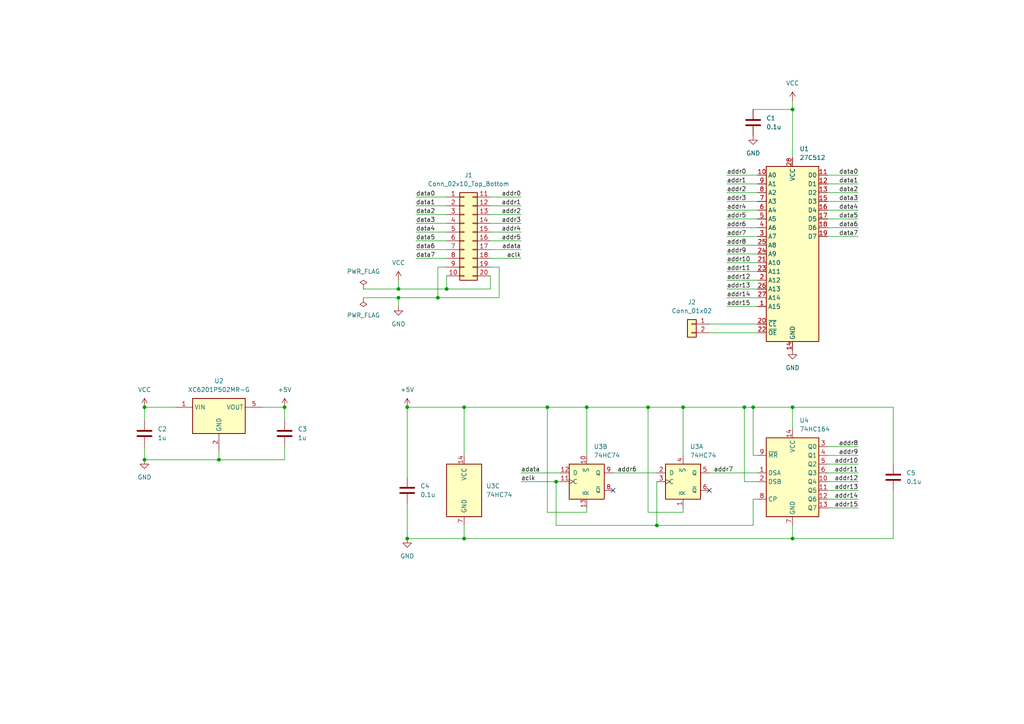
<source format=kicad_sch>
(kicad_sch (version 20211123) (generator eeschema)

  (uuid e63e39d7-6ac0-4ffd-8aa3-1841a4541b55)

  (paper "A4")

  (lib_symbols
    (symbol "74xx:74HC164" (in_bom yes) (on_board yes)
      (property "Reference" "U" (id 0) (at 1.905 -13.97 0)
        (effects (font (size 1.27 1.27)) (justify left))
      )
      (property "Value" "74HC164" (id 1) (at 1.905 -16.51 0)
        (effects (font (size 1.27 1.27)) (justify left))
      )
      (property "Footprint" "" (id 2) (at 22.86 -7.62 0)
        (effects (font (size 1.27 1.27)) hide)
      )
      (property "Datasheet" "https://assets.nexperia.com/documents/data-sheet/74HC_HCT164.pdf" (id 3) (at 22.86 -7.62 0)
        (effects (font (size 1.27 1.27)) hide)
      )
      (property "ki_keywords" "8-bit shift register" (id 4) (at 0 0 0)
        (effects (font (size 1.27 1.27)) hide)
      )
      (property "ki_description" "8-bit serial-in parallel-out shift register" (id 5) (at 0 0 0)
        (effects (font (size 1.27 1.27)) hide)
      )
      (property "ki_fp_filters" "SOIC*3.9x8.7*P1.27mm* ?SSOP*P0.65mm* DIP*W7.62mm*" (id 6) (at 0 0 0)
        (effects (font (size 1.27 1.27)) hide)
      )
      (symbol "74HC164_0_1"
        (rectangle (start 7.62 10.16) (end -7.62 -12.7)
          (stroke (width 0.254) (type default) (color 0 0 0 0))
          (fill (type background))
        )
      )
      (symbol "74HC164_1_1"
        (pin input line (at -10.16 0 0) (length 2.54)
          (name "DSA" (effects (font (size 1.27 1.27))))
          (number "1" (effects (font (size 1.27 1.27))))
        )
        (pin output line (at 10.16 -2.54 180) (length 2.54)
          (name "Q4" (effects (font (size 1.27 1.27))))
          (number "10" (effects (font (size 1.27 1.27))))
        )
        (pin output line (at 10.16 -5.08 180) (length 2.54)
          (name "Q5" (effects (font (size 1.27 1.27))))
          (number "11" (effects (font (size 1.27 1.27))))
        )
        (pin output line (at 10.16 -7.62 180) (length 2.54)
          (name "Q6" (effects (font (size 1.27 1.27))))
          (number "12" (effects (font (size 1.27 1.27))))
        )
        (pin output line (at 10.16 -10.16 180) (length 2.54)
          (name "Q7" (effects (font (size 1.27 1.27))))
          (number "13" (effects (font (size 1.27 1.27))))
        )
        (pin power_in line (at 0 12.7 270) (length 2.54)
          (name "VCC" (effects (font (size 1.27 1.27))))
          (number "14" (effects (font (size 1.27 1.27))))
        )
        (pin input line (at -10.16 -2.54 0) (length 2.54)
          (name "DSB" (effects (font (size 1.27 1.27))))
          (number "2" (effects (font (size 1.27 1.27))))
        )
        (pin output line (at 10.16 7.62 180) (length 2.54)
          (name "Q0" (effects (font (size 1.27 1.27))))
          (number "3" (effects (font (size 1.27 1.27))))
        )
        (pin output line (at 10.16 5.08 180) (length 2.54)
          (name "Q1" (effects (font (size 1.27 1.27))))
          (number "4" (effects (font (size 1.27 1.27))))
        )
        (pin output line (at 10.16 2.54 180) (length 2.54)
          (name "Q2" (effects (font (size 1.27 1.27))))
          (number "5" (effects (font (size 1.27 1.27))))
        )
        (pin output line (at 10.16 0 180) (length 2.54)
          (name "Q3" (effects (font (size 1.27 1.27))))
          (number "6" (effects (font (size 1.27 1.27))))
        )
        (pin power_in line (at 0 -15.24 90) (length 2.54)
          (name "GND" (effects (font (size 1.27 1.27))))
          (number "7" (effects (font (size 1.27 1.27))))
        )
        (pin input line (at -10.16 -7.62 0) (length 2.54)
          (name "CP" (effects (font (size 1.27 1.27))))
          (number "8" (effects (font (size 1.27 1.27))))
        )
        (pin input line (at -10.16 5.08 0) (length 2.54)
          (name "~{MR}" (effects (font (size 1.27 1.27))))
          (number "9" (effects (font (size 1.27 1.27))))
        )
      )
    )
    (symbol "74xx:74HC74" (pin_names (offset 1.016)) (in_bom yes) (on_board yes)
      (property "Reference" "U" (id 0) (at -7.62 8.89 0)
        (effects (font (size 1.27 1.27)))
      )
      (property "Value" "74HC74" (id 1) (at -7.62 -8.89 0)
        (effects (font (size 1.27 1.27)))
      )
      (property "Footprint" "" (id 2) (at 0 0 0)
        (effects (font (size 1.27 1.27)) hide)
      )
      (property "Datasheet" "74xx/74hc_hct74.pdf" (id 3) (at 0 0 0)
        (effects (font (size 1.27 1.27)) hide)
      )
      (property "ki_locked" "" (id 4) (at 0 0 0)
        (effects (font (size 1.27 1.27)))
      )
      (property "ki_keywords" "TTL DFF" (id 5) (at 0 0 0)
        (effects (font (size 1.27 1.27)) hide)
      )
      (property "ki_description" "Dual D Flip-flop, Set & Reset" (id 6) (at 0 0 0)
        (effects (font (size 1.27 1.27)) hide)
      )
      (property "ki_fp_filters" "DIP*W7.62mm*" (id 7) (at 0 0 0)
        (effects (font (size 1.27 1.27)) hide)
      )
      (symbol "74HC74_1_0"
        (pin input line (at 0 -7.62 90) (length 2.54)
          (name "~{R}" (effects (font (size 1.27 1.27))))
          (number "1" (effects (font (size 1.27 1.27))))
        )
        (pin input line (at -7.62 2.54 0) (length 2.54)
          (name "D" (effects (font (size 1.27 1.27))))
          (number "2" (effects (font (size 1.27 1.27))))
        )
        (pin input clock (at -7.62 0 0) (length 2.54)
          (name "C" (effects (font (size 1.27 1.27))))
          (number "3" (effects (font (size 1.27 1.27))))
        )
        (pin input line (at 0 7.62 270) (length 2.54)
          (name "~{S}" (effects (font (size 1.27 1.27))))
          (number "4" (effects (font (size 1.27 1.27))))
        )
        (pin output line (at 7.62 2.54 180) (length 2.54)
          (name "Q" (effects (font (size 1.27 1.27))))
          (number "5" (effects (font (size 1.27 1.27))))
        )
        (pin output line (at 7.62 -2.54 180) (length 2.54)
          (name "~{Q}" (effects (font (size 1.27 1.27))))
          (number "6" (effects (font (size 1.27 1.27))))
        )
      )
      (symbol "74HC74_1_1"
        (rectangle (start -5.08 5.08) (end 5.08 -5.08)
          (stroke (width 0.254) (type default) (color 0 0 0 0))
          (fill (type background))
        )
      )
      (symbol "74HC74_2_0"
        (pin input line (at 0 7.62 270) (length 2.54)
          (name "~{S}" (effects (font (size 1.27 1.27))))
          (number "10" (effects (font (size 1.27 1.27))))
        )
        (pin input clock (at -7.62 0 0) (length 2.54)
          (name "C" (effects (font (size 1.27 1.27))))
          (number "11" (effects (font (size 1.27 1.27))))
        )
        (pin input line (at -7.62 2.54 0) (length 2.54)
          (name "D" (effects (font (size 1.27 1.27))))
          (number "12" (effects (font (size 1.27 1.27))))
        )
        (pin input line (at 0 -7.62 90) (length 2.54)
          (name "~{R}" (effects (font (size 1.27 1.27))))
          (number "13" (effects (font (size 1.27 1.27))))
        )
        (pin output line (at 7.62 -2.54 180) (length 2.54)
          (name "~{Q}" (effects (font (size 1.27 1.27))))
          (number "8" (effects (font (size 1.27 1.27))))
        )
        (pin output line (at 7.62 2.54 180) (length 2.54)
          (name "Q" (effects (font (size 1.27 1.27))))
          (number "9" (effects (font (size 1.27 1.27))))
        )
      )
      (symbol "74HC74_2_1"
        (rectangle (start -5.08 5.08) (end 5.08 -5.08)
          (stroke (width 0.254) (type default) (color 0 0 0 0))
          (fill (type background))
        )
      )
      (symbol "74HC74_3_0"
        (pin power_in line (at 0 10.16 270) (length 2.54)
          (name "VCC" (effects (font (size 1.27 1.27))))
          (number "14" (effects (font (size 1.27 1.27))))
        )
        (pin power_in line (at 0 -10.16 90) (length 2.54)
          (name "GND" (effects (font (size 1.27 1.27))))
          (number "7" (effects (font (size 1.27 1.27))))
        )
      )
      (symbol "74HC74_3_1"
        (rectangle (start -5.08 7.62) (end 5.08 -7.62)
          (stroke (width 0.254) (type default) (color 0 0 0 0))
          (fill (type background))
        )
      )
    )
    (symbol "Connector_Generic:Conn_01x02" (pin_names (offset 1.016) hide) (in_bom yes) (on_board yes)
      (property "Reference" "J" (id 0) (at 0 2.54 0)
        (effects (font (size 1.27 1.27)))
      )
      (property "Value" "Conn_01x02" (id 1) (at 0 -5.08 0)
        (effects (font (size 1.27 1.27)))
      )
      (property "Footprint" "" (id 2) (at 0 0 0)
        (effects (font (size 1.27 1.27)) hide)
      )
      (property "Datasheet" "~" (id 3) (at 0 0 0)
        (effects (font (size 1.27 1.27)) hide)
      )
      (property "ki_keywords" "connector" (id 4) (at 0 0 0)
        (effects (font (size 1.27 1.27)) hide)
      )
      (property "ki_description" "Generic connector, single row, 01x02, script generated (kicad-library-utils/schlib/autogen/connector/)" (id 5) (at 0 0 0)
        (effects (font (size 1.27 1.27)) hide)
      )
      (property "ki_fp_filters" "Connector*:*_1x??_*" (id 6) (at 0 0 0)
        (effects (font (size 1.27 1.27)) hide)
      )
      (symbol "Conn_01x02_1_1"
        (rectangle (start -1.27 -2.413) (end 0 -2.667)
          (stroke (width 0.1524) (type default) (color 0 0 0 0))
          (fill (type none))
        )
        (rectangle (start -1.27 0.127) (end 0 -0.127)
          (stroke (width 0.1524) (type default) (color 0 0 0 0))
          (fill (type none))
        )
        (rectangle (start -1.27 1.27) (end 1.27 -3.81)
          (stroke (width 0.254) (type default) (color 0 0 0 0))
          (fill (type background))
        )
        (pin passive line (at -5.08 0 0) (length 3.81)
          (name "Pin_1" (effects (font (size 1.27 1.27))))
          (number "1" (effects (font (size 1.27 1.27))))
        )
        (pin passive line (at -5.08 -2.54 0) (length 3.81)
          (name "Pin_2" (effects (font (size 1.27 1.27))))
          (number "2" (effects (font (size 1.27 1.27))))
        )
      )
    )
    (symbol "Connector_Generic:Conn_02x10_Top_Bottom" (pin_names (offset 1.016) hide) (in_bom yes) (on_board yes)
      (property "Reference" "J" (id 0) (at 1.27 12.7 0)
        (effects (font (size 1.27 1.27)))
      )
      (property "Value" "Conn_02x10_Top_Bottom" (id 1) (at 1.27 -15.24 0)
        (effects (font (size 1.27 1.27)))
      )
      (property "Footprint" "" (id 2) (at 0 0 0)
        (effects (font (size 1.27 1.27)) hide)
      )
      (property "Datasheet" "~" (id 3) (at 0 0 0)
        (effects (font (size 1.27 1.27)) hide)
      )
      (property "ki_keywords" "connector" (id 4) (at 0 0 0)
        (effects (font (size 1.27 1.27)) hide)
      )
      (property "ki_description" "Generic connector, double row, 02x10, top/bottom pin numbering scheme (row 1: 1...pins_per_row, row2: pins_per_row+1 ... num_pins), script generated (kicad-library-utils/schlib/autogen/connector/)" (id 5) (at 0 0 0)
        (effects (font (size 1.27 1.27)) hide)
      )
      (property "ki_fp_filters" "Connector*:*_2x??_*" (id 6) (at 0 0 0)
        (effects (font (size 1.27 1.27)) hide)
      )
      (symbol "Conn_02x10_Top_Bottom_1_1"
        (rectangle (start -1.27 -12.573) (end 0 -12.827)
          (stroke (width 0.1524) (type default) (color 0 0 0 0))
          (fill (type none))
        )
        (rectangle (start -1.27 -10.033) (end 0 -10.287)
          (stroke (width 0.1524) (type default) (color 0 0 0 0))
          (fill (type none))
        )
        (rectangle (start -1.27 -7.493) (end 0 -7.747)
          (stroke (width 0.1524) (type default) (color 0 0 0 0))
          (fill (type none))
        )
        (rectangle (start -1.27 -4.953) (end 0 -5.207)
          (stroke (width 0.1524) (type default) (color 0 0 0 0))
          (fill (type none))
        )
        (rectangle (start -1.27 -2.413) (end 0 -2.667)
          (stroke (width 0.1524) (type default) (color 0 0 0 0))
          (fill (type none))
        )
        (rectangle (start -1.27 0.127) (end 0 -0.127)
          (stroke (width 0.1524) (type default) (color 0 0 0 0))
          (fill (type none))
        )
        (rectangle (start -1.27 2.667) (end 0 2.413)
          (stroke (width 0.1524) (type default) (color 0 0 0 0))
          (fill (type none))
        )
        (rectangle (start -1.27 5.207) (end 0 4.953)
          (stroke (width 0.1524) (type default) (color 0 0 0 0))
          (fill (type none))
        )
        (rectangle (start -1.27 7.747) (end 0 7.493)
          (stroke (width 0.1524) (type default) (color 0 0 0 0))
          (fill (type none))
        )
        (rectangle (start -1.27 10.287) (end 0 10.033)
          (stroke (width 0.1524) (type default) (color 0 0 0 0))
          (fill (type none))
        )
        (rectangle (start -1.27 11.43) (end 3.81 -13.97)
          (stroke (width 0.254) (type default) (color 0 0 0 0))
          (fill (type background))
        )
        (rectangle (start 3.81 -12.573) (end 2.54 -12.827)
          (stroke (width 0.1524) (type default) (color 0 0 0 0))
          (fill (type none))
        )
        (rectangle (start 3.81 -10.033) (end 2.54 -10.287)
          (stroke (width 0.1524) (type default) (color 0 0 0 0))
          (fill (type none))
        )
        (rectangle (start 3.81 -7.493) (end 2.54 -7.747)
          (stroke (width 0.1524) (type default) (color 0 0 0 0))
          (fill (type none))
        )
        (rectangle (start 3.81 -4.953) (end 2.54 -5.207)
          (stroke (width 0.1524) (type default) (color 0 0 0 0))
          (fill (type none))
        )
        (rectangle (start 3.81 -2.413) (end 2.54 -2.667)
          (stroke (width 0.1524) (type default) (color 0 0 0 0))
          (fill (type none))
        )
        (rectangle (start 3.81 0.127) (end 2.54 -0.127)
          (stroke (width 0.1524) (type default) (color 0 0 0 0))
          (fill (type none))
        )
        (rectangle (start 3.81 2.667) (end 2.54 2.413)
          (stroke (width 0.1524) (type default) (color 0 0 0 0))
          (fill (type none))
        )
        (rectangle (start 3.81 5.207) (end 2.54 4.953)
          (stroke (width 0.1524) (type default) (color 0 0 0 0))
          (fill (type none))
        )
        (rectangle (start 3.81 7.747) (end 2.54 7.493)
          (stroke (width 0.1524) (type default) (color 0 0 0 0))
          (fill (type none))
        )
        (rectangle (start 3.81 10.287) (end 2.54 10.033)
          (stroke (width 0.1524) (type default) (color 0 0 0 0))
          (fill (type none))
        )
        (pin passive line (at -5.08 10.16 0) (length 3.81)
          (name "Pin_1" (effects (font (size 1.27 1.27))))
          (number "1" (effects (font (size 1.27 1.27))))
        )
        (pin passive line (at -5.08 -12.7 0) (length 3.81)
          (name "Pin_10" (effects (font (size 1.27 1.27))))
          (number "10" (effects (font (size 1.27 1.27))))
        )
        (pin passive line (at 7.62 10.16 180) (length 3.81)
          (name "Pin_11" (effects (font (size 1.27 1.27))))
          (number "11" (effects (font (size 1.27 1.27))))
        )
        (pin passive line (at 7.62 7.62 180) (length 3.81)
          (name "Pin_12" (effects (font (size 1.27 1.27))))
          (number "12" (effects (font (size 1.27 1.27))))
        )
        (pin passive line (at 7.62 5.08 180) (length 3.81)
          (name "Pin_13" (effects (font (size 1.27 1.27))))
          (number "13" (effects (font (size 1.27 1.27))))
        )
        (pin passive line (at 7.62 2.54 180) (length 3.81)
          (name "Pin_14" (effects (font (size 1.27 1.27))))
          (number "14" (effects (font (size 1.27 1.27))))
        )
        (pin passive line (at 7.62 0 180) (length 3.81)
          (name "Pin_15" (effects (font (size 1.27 1.27))))
          (number "15" (effects (font (size 1.27 1.27))))
        )
        (pin passive line (at 7.62 -2.54 180) (length 3.81)
          (name "Pin_16" (effects (font (size 1.27 1.27))))
          (number "16" (effects (font (size 1.27 1.27))))
        )
        (pin passive line (at 7.62 -5.08 180) (length 3.81)
          (name "Pin_17" (effects (font (size 1.27 1.27))))
          (number "17" (effects (font (size 1.27 1.27))))
        )
        (pin passive line (at 7.62 -7.62 180) (length 3.81)
          (name "Pin_18" (effects (font (size 1.27 1.27))))
          (number "18" (effects (font (size 1.27 1.27))))
        )
        (pin passive line (at 7.62 -10.16 180) (length 3.81)
          (name "Pin_19" (effects (font (size 1.27 1.27))))
          (number "19" (effects (font (size 1.27 1.27))))
        )
        (pin passive line (at -5.08 7.62 0) (length 3.81)
          (name "Pin_2" (effects (font (size 1.27 1.27))))
          (number "2" (effects (font (size 1.27 1.27))))
        )
        (pin passive line (at 7.62 -12.7 180) (length 3.81)
          (name "Pin_20" (effects (font (size 1.27 1.27))))
          (number "20" (effects (font (size 1.27 1.27))))
        )
        (pin passive line (at -5.08 5.08 0) (length 3.81)
          (name "Pin_3" (effects (font (size 1.27 1.27))))
          (number "3" (effects (font (size 1.27 1.27))))
        )
        (pin passive line (at -5.08 2.54 0) (length 3.81)
          (name "Pin_4" (effects (font (size 1.27 1.27))))
          (number "4" (effects (font (size 1.27 1.27))))
        )
        (pin passive line (at -5.08 0 0) (length 3.81)
          (name "Pin_5" (effects (font (size 1.27 1.27))))
          (number "5" (effects (font (size 1.27 1.27))))
        )
        (pin passive line (at -5.08 -2.54 0) (length 3.81)
          (name "Pin_6" (effects (font (size 1.27 1.27))))
          (number "6" (effects (font (size 1.27 1.27))))
        )
        (pin passive line (at -5.08 -5.08 0) (length 3.81)
          (name "Pin_7" (effects (font (size 1.27 1.27))))
          (number "7" (effects (font (size 1.27 1.27))))
        )
        (pin passive line (at -5.08 -7.62 0) (length 3.81)
          (name "Pin_8" (effects (font (size 1.27 1.27))))
          (number "8" (effects (font (size 1.27 1.27))))
        )
        (pin passive line (at -5.08 -10.16 0) (length 3.81)
          (name "Pin_9" (effects (font (size 1.27 1.27))))
          (number "9" (effects (font (size 1.27 1.27))))
        )
      )
    )
    (symbol "Device:C" (pin_numbers hide) (pin_names (offset 0.254)) (in_bom yes) (on_board yes)
      (property "Reference" "C" (id 0) (at 0.635 2.54 0)
        (effects (font (size 1.27 1.27)) (justify left))
      )
      (property "Value" "C" (id 1) (at 0.635 -2.54 0)
        (effects (font (size 1.27 1.27)) (justify left))
      )
      (property "Footprint" "" (id 2) (at 0.9652 -3.81 0)
        (effects (font (size 1.27 1.27)) hide)
      )
      (property "Datasheet" "~" (id 3) (at 0 0 0)
        (effects (font (size 1.27 1.27)) hide)
      )
      (property "ki_keywords" "cap capacitor" (id 4) (at 0 0 0)
        (effects (font (size 1.27 1.27)) hide)
      )
      (property "ki_description" "Unpolarized capacitor" (id 5) (at 0 0 0)
        (effects (font (size 1.27 1.27)) hide)
      )
      (property "ki_fp_filters" "C_*" (id 6) (at 0 0 0)
        (effects (font (size 1.27 1.27)) hide)
      )
      (symbol "C_0_1"
        (polyline
          (pts
            (xy -2.032 -0.762)
            (xy 2.032 -0.762)
          )
          (stroke (width 0.508) (type default) (color 0 0 0 0))
          (fill (type none))
        )
        (polyline
          (pts
            (xy -2.032 0.762)
            (xy 2.032 0.762)
          )
          (stroke (width 0.508) (type default) (color 0 0 0 0))
          (fill (type none))
        )
      )
      (symbol "C_1_1"
        (pin passive line (at 0 3.81 270) (length 2.794)
          (name "~" (effects (font (size 1.27 1.27))))
          (number "1" (effects (font (size 1.27 1.27))))
        )
        (pin passive line (at 0 -3.81 90) (length 2.794)
          (name "~" (effects (font (size 1.27 1.27))))
          (number "2" (effects (font (size 1.27 1.27))))
        )
      )
    )
    (symbol "Memory_EPROM:27C512" (in_bom yes) (on_board yes)
      (property "Reference" "U" (id 0) (at -7.62 26.67 0)
        (effects (font (size 1.27 1.27)))
      )
      (property "Value" "27C512" (id 1) (at 2.54 -26.67 0)
        (effects (font (size 1.27 1.27)) (justify left))
      )
      (property "Footprint" "Package_DIP:DIP-28_W15.24mm" (id 2) (at 0 0 0)
        (effects (font (size 1.27 1.27)) hide)
      )
      (property "Datasheet" "http://ww1.microchip.com/downloads/en/DeviceDoc/doc0015.pdf" (id 3) (at 0 0 0)
        (effects (font (size 1.27 1.27)) hide)
      )
      (property "ki_keywords" "OTP EPROM 512KiBit" (id 4) (at 0 0 0)
        (effects (font (size 1.27 1.27)) hide)
      )
      (property "ki_description" "OTP EPROM 512 KiBit" (id 5) (at 0 0 0)
        (effects (font (size 1.27 1.27)) hide)
      )
      (property "ki_fp_filters" "DIP*W15.24mm*" (id 6) (at 0 0 0)
        (effects (font (size 1.27 1.27)) hide)
      )
      (symbol "27C512_1_1"
        (rectangle (start -7.62 25.4) (end 7.62 -25.4)
          (stroke (width 0.254) (type default) (color 0 0 0 0))
          (fill (type background))
        )
        (pin input line (at -10.16 -15.24 0) (length 2.54)
          (name "A15" (effects (font (size 1.27 1.27))))
          (number "1" (effects (font (size 1.27 1.27))))
        )
        (pin input line (at -10.16 22.86 0) (length 2.54)
          (name "A0" (effects (font (size 1.27 1.27))))
          (number "10" (effects (font (size 1.27 1.27))))
        )
        (pin tri_state line (at 10.16 22.86 180) (length 2.54)
          (name "D0" (effects (font (size 1.27 1.27))))
          (number "11" (effects (font (size 1.27 1.27))))
        )
        (pin tri_state line (at 10.16 20.32 180) (length 2.54)
          (name "D1" (effects (font (size 1.27 1.27))))
          (number "12" (effects (font (size 1.27 1.27))))
        )
        (pin tri_state line (at 10.16 17.78 180) (length 2.54)
          (name "D2" (effects (font (size 1.27 1.27))))
          (number "13" (effects (font (size 1.27 1.27))))
        )
        (pin power_in line (at 0 -27.94 90) (length 2.54)
          (name "GND" (effects (font (size 1.27 1.27))))
          (number "14" (effects (font (size 1.27 1.27))))
        )
        (pin tri_state line (at 10.16 15.24 180) (length 2.54)
          (name "D3" (effects (font (size 1.27 1.27))))
          (number "15" (effects (font (size 1.27 1.27))))
        )
        (pin tri_state line (at 10.16 12.7 180) (length 2.54)
          (name "D4" (effects (font (size 1.27 1.27))))
          (number "16" (effects (font (size 1.27 1.27))))
        )
        (pin tri_state line (at 10.16 10.16 180) (length 2.54)
          (name "D5" (effects (font (size 1.27 1.27))))
          (number "17" (effects (font (size 1.27 1.27))))
        )
        (pin tri_state line (at 10.16 7.62 180) (length 2.54)
          (name "D6" (effects (font (size 1.27 1.27))))
          (number "18" (effects (font (size 1.27 1.27))))
        )
        (pin tri_state line (at 10.16 5.08 180) (length 2.54)
          (name "D7" (effects (font (size 1.27 1.27))))
          (number "19" (effects (font (size 1.27 1.27))))
        )
        (pin input line (at -10.16 -7.62 0) (length 2.54)
          (name "A12" (effects (font (size 1.27 1.27))))
          (number "2" (effects (font (size 1.27 1.27))))
        )
        (pin input line (at -10.16 -20.32 0) (length 2.54)
          (name "~{CE}" (effects (font (size 1.27 1.27))))
          (number "20" (effects (font (size 1.27 1.27))))
        )
        (pin input line (at -10.16 -2.54 0) (length 2.54)
          (name "A10" (effects (font (size 1.27 1.27))))
          (number "21" (effects (font (size 1.27 1.27))))
        )
        (pin input line (at -10.16 -22.86 0) (length 2.54)
          (name "~{OE}" (effects (font (size 1.27 1.27))))
          (number "22" (effects (font (size 1.27 1.27))))
        )
        (pin input line (at -10.16 -5.08 0) (length 2.54)
          (name "A11" (effects (font (size 1.27 1.27))))
          (number "23" (effects (font (size 1.27 1.27))))
        )
        (pin input line (at -10.16 0 0) (length 2.54)
          (name "A9" (effects (font (size 1.27 1.27))))
          (number "24" (effects (font (size 1.27 1.27))))
        )
        (pin input line (at -10.16 2.54 0) (length 2.54)
          (name "A8" (effects (font (size 1.27 1.27))))
          (number "25" (effects (font (size 1.27 1.27))))
        )
        (pin input line (at -10.16 -10.16 0) (length 2.54)
          (name "A13" (effects (font (size 1.27 1.27))))
          (number "26" (effects (font (size 1.27 1.27))))
        )
        (pin input line (at -10.16 -12.7 0) (length 2.54)
          (name "A14" (effects (font (size 1.27 1.27))))
          (number "27" (effects (font (size 1.27 1.27))))
        )
        (pin power_in line (at 0 27.94 270) (length 2.54)
          (name "VCC" (effects (font (size 1.27 1.27))))
          (number "28" (effects (font (size 1.27 1.27))))
        )
        (pin input line (at -10.16 5.08 0) (length 2.54)
          (name "A7" (effects (font (size 1.27 1.27))))
          (number "3" (effects (font (size 1.27 1.27))))
        )
        (pin input line (at -10.16 7.62 0) (length 2.54)
          (name "A6" (effects (font (size 1.27 1.27))))
          (number "4" (effects (font (size 1.27 1.27))))
        )
        (pin input line (at -10.16 10.16 0) (length 2.54)
          (name "A5" (effects (font (size 1.27 1.27))))
          (number "5" (effects (font (size 1.27 1.27))))
        )
        (pin input line (at -10.16 12.7 0) (length 2.54)
          (name "A4" (effects (font (size 1.27 1.27))))
          (number "6" (effects (font (size 1.27 1.27))))
        )
        (pin input line (at -10.16 15.24 0) (length 2.54)
          (name "A3" (effects (font (size 1.27 1.27))))
          (number "7" (effects (font (size 1.27 1.27))))
        )
        (pin input line (at -10.16 17.78 0) (length 2.54)
          (name "A2" (effects (font (size 1.27 1.27))))
          (number "8" (effects (font (size 1.27 1.27))))
        )
        (pin input line (at -10.16 20.32 0) (length 2.54)
          (name "A1" (effects (font (size 1.27 1.27))))
          (number "9" (effects (font (size 1.27 1.27))))
        )
      )
    )
    (symbol "Regulator_Linear:XC6210B332MR" (in_bom yes) (on_board yes)
      (property "Reference" "U?" (id 0) (at 0 10.16 0)
        (effects (font (size 1.27 1.27)))
      )
      (property "Value" "XC6210B332MR" (id 1) (at 0 7.62 0)
        (effects (font (size 1.27 1.27)))
      )
      (property "Footprint" "Package_TO_SOT_SMD:SOT-23-5" (id 2) (at 0 0 0)
        (effects (font (size 1.27 1.27)) hide)
      )
      (property "Datasheet" "https://www.torexsemi.com/file/xc6210/XC6210.pdf" (id 3) (at 19.05 -25.4 0)
        (effects (font (size 1.27 1.27)) hide)
      )
      (property "ki_keywords" "LDO Voltage Regulator 700mA" (id 4) (at 0 0 0)
        (effects (font (size 1.27 1.27)) hide)
      )
      (property "ki_description" "700mA, Low Drop-out Voltage Regulator, Fixed Output 3.3V, SOT-23-5" (id 5) (at 0 0 0)
        (effects (font (size 1.27 1.27)) hide)
      )
      (property "ki_fp_filters" "SOT?23*" (id 6) (at 0 0 0)
        (effects (font (size 1.27 1.27)) hide)
      )
      (symbol "XC6210B332MR_0_1"
        (rectangle (start -7.62 5.08) (end 7.62 -5.08)
          (stroke (width 0.254) (type default) (color 0 0 0 0))
          (fill (type background))
        )
      )
      (symbol "XC6210B332MR_1_1"
        (pin power_in line (at -12.7 2.54 0) (length 5.08)
          (name "VIN" (effects (font (size 1.27 1.27))))
          (number "1" (effects (font (size 1.27 1.27))))
        )
        (pin power_in line (at 0 -10.16 90) (length 5.08)
          (name "GND" (effects (font (size 1.27 1.27))))
          (number "2" (effects (font (size 1.27 1.27))))
        )
        (pin no_connect line (at -12.7 -2.54 0) (length 5.08) hide
          (name "NC" (effects (font (size 1.27 1.27))))
          (number "3" (effects (font (size 1.27 1.27))))
        )
        (pin no_connect line (at 12.7 -2.54 180) (length 5.08) hide
          (name "NC" (effects (font (size 1.27 1.27))))
          (number "4" (effects (font (size 1.27 1.27))))
        )
        (pin power_out line (at 12.7 2.54 180) (length 5.08)
          (name "VOUT" (effects (font (size 1.27 1.27))))
          (number "5" (effects (font (size 1.27 1.27))))
        )
      )
    )
    (symbol "power:+5V" (power) (pin_names (offset 0)) (in_bom yes) (on_board yes)
      (property "Reference" "#PWR" (id 0) (at 0 -3.81 0)
        (effects (font (size 1.27 1.27)) hide)
      )
      (property "Value" "+5V" (id 1) (at 0 3.556 0)
        (effects (font (size 1.27 1.27)))
      )
      (property "Footprint" "" (id 2) (at 0 0 0)
        (effects (font (size 1.27 1.27)) hide)
      )
      (property "Datasheet" "" (id 3) (at 0 0 0)
        (effects (font (size 1.27 1.27)) hide)
      )
      (property "ki_keywords" "power-flag" (id 4) (at 0 0 0)
        (effects (font (size 1.27 1.27)) hide)
      )
      (property "ki_description" "Power symbol creates a global label with name \"+5V\"" (id 5) (at 0 0 0)
        (effects (font (size 1.27 1.27)) hide)
      )
      (symbol "+5V_0_1"
        (polyline
          (pts
            (xy -0.762 1.27)
            (xy 0 2.54)
          )
          (stroke (width 0) (type default) (color 0 0 0 0))
          (fill (type none))
        )
        (polyline
          (pts
            (xy 0 0)
            (xy 0 2.54)
          )
          (stroke (width 0) (type default) (color 0 0 0 0))
          (fill (type none))
        )
        (polyline
          (pts
            (xy 0 2.54)
            (xy 0.762 1.27)
          )
          (stroke (width 0) (type default) (color 0 0 0 0))
          (fill (type none))
        )
      )
      (symbol "+5V_1_1"
        (pin power_in line (at 0 0 90) (length 0) hide
          (name "+5V" (effects (font (size 1.27 1.27))))
          (number "1" (effects (font (size 1.27 1.27))))
        )
      )
    )
    (symbol "power:GND" (power) (pin_names (offset 0)) (in_bom yes) (on_board yes)
      (property "Reference" "#PWR" (id 0) (at 0 -6.35 0)
        (effects (font (size 1.27 1.27)) hide)
      )
      (property "Value" "GND" (id 1) (at 0 -3.81 0)
        (effects (font (size 1.27 1.27)))
      )
      (property "Footprint" "" (id 2) (at 0 0 0)
        (effects (font (size 1.27 1.27)) hide)
      )
      (property "Datasheet" "" (id 3) (at 0 0 0)
        (effects (font (size 1.27 1.27)) hide)
      )
      (property "ki_keywords" "power-flag" (id 4) (at 0 0 0)
        (effects (font (size 1.27 1.27)) hide)
      )
      (property "ki_description" "Power symbol creates a global label with name \"GND\" , ground" (id 5) (at 0 0 0)
        (effects (font (size 1.27 1.27)) hide)
      )
      (symbol "GND_0_1"
        (polyline
          (pts
            (xy 0 0)
            (xy 0 -1.27)
            (xy 1.27 -1.27)
            (xy 0 -2.54)
            (xy -1.27 -1.27)
            (xy 0 -1.27)
          )
          (stroke (width 0) (type default) (color 0 0 0 0))
          (fill (type none))
        )
      )
      (symbol "GND_1_1"
        (pin power_in line (at 0 0 270) (length 0) hide
          (name "GND" (effects (font (size 1.27 1.27))))
          (number "1" (effects (font (size 1.27 1.27))))
        )
      )
    )
    (symbol "power:PWR_FLAG" (power) (pin_numbers hide) (pin_names (offset 0) hide) (in_bom yes) (on_board yes)
      (property "Reference" "#FLG" (id 0) (at 0 1.905 0)
        (effects (font (size 1.27 1.27)) hide)
      )
      (property "Value" "PWR_FLAG" (id 1) (at 0 3.81 0)
        (effects (font (size 1.27 1.27)))
      )
      (property "Footprint" "" (id 2) (at 0 0 0)
        (effects (font (size 1.27 1.27)) hide)
      )
      (property "Datasheet" "~" (id 3) (at 0 0 0)
        (effects (font (size 1.27 1.27)) hide)
      )
      (property "ki_keywords" "power-flag" (id 4) (at 0 0 0)
        (effects (font (size 1.27 1.27)) hide)
      )
      (property "ki_description" "Special symbol for telling ERC where power comes from" (id 5) (at 0 0 0)
        (effects (font (size 1.27 1.27)) hide)
      )
      (symbol "PWR_FLAG_0_0"
        (pin power_out line (at 0 0 90) (length 0)
          (name "pwr" (effects (font (size 1.27 1.27))))
          (number "1" (effects (font (size 1.27 1.27))))
        )
      )
      (symbol "PWR_FLAG_0_1"
        (polyline
          (pts
            (xy 0 0)
            (xy 0 1.27)
            (xy -1.016 1.905)
            (xy 0 2.54)
            (xy 1.016 1.905)
            (xy 0 1.27)
          )
          (stroke (width 0) (type default) (color 0 0 0 0))
          (fill (type none))
        )
      )
    )
    (symbol "power:VCC" (power) (pin_names (offset 0)) (in_bom yes) (on_board yes)
      (property "Reference" "#PWR" (id 0) (at 0 -3.81 0)
        (effects (font (size 1.27 1.27)) hide)
      )
      (property "Value" "VCC" (id 1) (at 0 3.81 0)
        (effects (font (size 1.27 1.27)))
      )
      (property "Footprint" "" (id 2) (at 0 0 0)
        (effects (font (size 1.27 1.27)) hide)
      )
      (property "Datasheet" "" (id 3) (at 0 0 0)
        (effects (font (size 1.27 1.27)) hide)
      )
      (property "ki_keywords" "power-flag" (id 4) (at 0 0 0)
        (effects (font (size 1.27 1.27)) hide)
      )
      (property "ki_description" "Power symbol creates a global label with name \"VCC\"" (id 5) (at 0 0 0)
        (effects (font (size 1.27 1.27)) hide)
      )
      (symbol "VCC_0_1"
        (polyline
          (pts
            (xy -0.762 1.27)
            (xy 0 2.54)
          )
          (stroke (width 0) (type default) (color 0 0 0 0))
          (fill (type none))
        )
        (polyline
          (pts
            (xy 0 0)
            (xy 0 2.54)
          )
          (stroke (width 0) (type default) (color 0 0 0 0))
          (fill (type none))
        )
        (polyline
          (pts
            (xy 0 2.54)
            (xy 0.762 1.27)
          )
          (stroke (width 0) (type default) (color 0 0 0 0))
          (fill (type none))
        )
      )
      (symbol "VCC_1_1"
        (pin power_in line (at 0 0 90) (length 0) hide
          (name "VCC" (effects (font (size 1.27 1.27))))
          (number "1" (effects (font (size 1.27 1.27))))
        )
      )
    )
  )

  (junction (at 41.91 133.35) (diameter 0) (color 0 0 0 0)
    (uuid 2498638f-f5bc-47e0-a9d3-49191018a41a)
  )
  (junction (at 82.55 118.11) (diameter 0) (color 0 0 0 0)
    (uuid 2a393301-5f42-4cdb-951b-80f063c75605)
  )
  (junction (at 127 86.36) (diameter 0) (color 0 0 0 0)
    (uuid 2ac7f9cc-648e-4115-ba70-fee08d072a81)
  )
  (junction (at 161.29 139.7) (diameter 0) (color 0 0 0 0)
    (uuid 2ce8fc04-dee9-4db8-90b8-839b250529bc)
  )
  (junction (at 170.18 118.11) (diameter 0) (color 0 0 0 0)
    (uuid 2d57ee89-a9fd-4528-970a-f239cc711ad1)
  )
  (junction (at 115.57 86.36) (diameter 0) (color 0 0 0 0)
    (uuid 33cde6e2-fb6b-4739-9983-e4cec096cccc)
  )
  (junction (at 229.87 156.21) (diameter 0) (color 0 0 0 0)
    (uuid 33e14999-b5ae-46d2-ac28-01787a512419)
  )
  (junction (at 158.75 118.11) (diameter 0) (color 0 0 0 0)
    (uuid 35318ab5-9d7c-4bdd-a72a-c62185738587)
  )
  (junction (at 134.62 118.11) (diameter 0) (color 0 0 0 0)
    (uuid 39d4d534-3997-4fb4-b0b6-d0e644ff29b2)
  )
  (junction (at 118.11 156.21) (diameter 0) (color 0 0 0 0)
    (uuid 57f6b820-62fa-4d98-887a-d2a380a76964)
  )
  (junction (at 118.11 118.11) (diameter 0) (color 0 0 0 0)
    (uuid 66aa1bc3-ffb7-43d4-88ae-6c86417d54bc)
  )
  (junction (at 190.5 152.4) (diameter 0) (color 0 0 0 0)
    (uuid 6cc0d10d-dc8b-4db1-81e5-cf2206998221)
  )
  (junction (at 115.57 83.82) (diameter 0) (color 0 0 0 0)
    (uuid 7a071128-cb98-4e36-8f4e-9423d9b9772c)
  )
  (junction (at 215.9 118.11) (diameter 0) (color 0 0 0 0)
    (uuid 90dc18a7-d136-49c5-aca7-9f578dd2dde7)
  )
  (junction (at 134.62 156.21) (diameter 0) (color 0 0 0 0)
    (uuid a18da1d6-412f-494b-867d-28a1d0ab5318)
  )
  (junction (at 218.44 118.11) (diameter 0) (color 0 0 0 0)
    (uuid b40f7e0e-63a8-4843-8bd1-9c6ba9993089)
  )
  (junction (at 229.87 31.75) (diameter 0) (color 0 0 0 0)
    (uuid b900a165-39b0-41a3-9dac-9aef86670168)
  )
  (junction (at 129.54 83.82) (diameter 0) (color 0 0 0 0)
    (uuid c0380b45-c69a-4e3b-b0d0-76728e54561b)
  )
  (junction (at 63.5 133.35) (diameter 0) (color 0 0 0 0)
    (uuid d2d5f057-3d3f-4824-ba53-bea972f61938)
  )
  (junction (at 41.91 118.11) (diameter 0) (color 0 0 0 0)
    (uuid e23e042d-8f92-4013-8975-7e4b18e4c81f)
  )
  (junction (at 229.87 118.11) (diameter 0) (color 0 0 0 0)
    (uuid f352e561-93ae-4eda-af14-a930a36aa74a)
  )
  (junction (at 187.96 118.11) (diameter 0) (color 0 0 0 0)
    (uuid fab03173-e991-4b31-9f3e-4fd52fb45287)
  )
  (junction (at 198.12 118.11) (diameter 0) (color 0 0 0 0)
    (uuid fcad587d-8ae7-4c7d-a56f-02c87f607c8d)
  )

  (no_connect (at 205.74 142.24) (uuid 01f8b511-43b6-4be5-9a9b-f237d246e930))
  (no_connect (at 177.8 142.24) (uuid 4fa99099-f9f2-4dd5-ac40-ec35aef9f960))

  (wire (pts (xy 259.08 142.24) (xy 259.08 156.21))
    (stroke (width 0) (type default) (color 0 0 0 0))
    (uuid 00036662-fa99-4284-af32-cf49578c390a)
  )
  (wire (pts (xy 240.03 139.7) (xy 248.92 139.7))
    (stroke (width 0) (type default) (color 0 0 0 0))
    (uuid 02b7dc0f-ae19-4a97-a2ae-2d27bb773810)
  )
  (wire (pts (xy 134.62 152.4) (xy 134.62 156.21))
    (stroke (width 0) (type default) (color 0 0 0 0))
    (uuid 05a3fd88-c58e-4323-96ff-70847ec682b8)
  )
  (wire (pts (xy 115.57 86.36) (xy 127 86.36))
    (stroke (width 0) (type default) (color 0 0 0 0))
    (uuid 08d28ffc-e845-4c35-bab9-5a210a65a288)
  )
  (wire (pts (xy 134.62 118.11) (xy 134.62 132.08))
    (stroke (width 0) (type default) (color 0 0 0 0))
    (uuid 0a2b5435-df6f-448f-96cd-9db62b5b9e70)
  )
  (wire (pts (xy 120.65 67.31) (xy 129.54 67.31))
    (stroke (width 0) (type default) (color 0 0 0 0))
    (uuid 0a5d17f8-734e-4063-b815-de7519438f62)
  )
  (wire (pts (xy 205.74 96.52) (xy 219.71 96.52))
    (stroke (width 0) (type default) (color 0 0 0 0))
    (uuid 0b99df8a-38a9-4bd6-a084-82637a3f64f7)
  )
  (wire (pts (xy 198.12 147.32) (xy 198.12 148.59))
    (stroke (width 0) (type default) (color 0 0 0 0))
    (uuid 0df6109b-09d2-45fb-ae96-95a5ff5e96e3)
  )
  (wire (pts (xy 229.87 29.21) (xy 229.87 31.75))
    (stroke (width 0) (type default) (color 0 0 0 0))
    (uuid 0e25b066-c832-4526-a1a8-efefde76aefc)
  )
  (wire (pts (xy 127 77.47) (xy 127 86.36))
    (stroke (width 0) (type default) (color 0 0 0 0))
    (uuid 0fe10355-9bff-451d-9553-0e09162ee625)
  )
  (wire (pts (xy 63.5 133.35) (xy 41.91 133.35))
    (stroke (width 0) (type default) (color 0 0 0 0))
    (uuid 0fe1f74e-4cc8-412d-b8bc-832159a1ad3e)
  )
  (wire (pts (xy 170.18 148.59) (xy 158.75 148.59))
    (stroke (width 0) (type default) (color 0 0 0 0))
    (uuid 114181eb-7392-4a8c-8162-9def16899b0d)
  )
  (wire (pts (xy 229.87 118.11) (xy 229.87 124.46))
    (stroke (width 0) (type default) (color 0 0 0 0))
    (uuid 1748450e-a8ca-4e49-95b9-4d9e086df7db)
  )
  (wire (pts (xy 142.24 83.82) (xy 129.54 83.82))
    (stroke (width 0) (type default) (color 0 0 0 0))
    (uuid 17f1e37c-0c6b-45e0-badb-23a2139cd4c4)
  )
  (wire (pts (xy 142.24 72.39) (xy 151.13 72.39))
    (stroke (width 0) (type default) (color 0 0 0 0))
    (uuid 1868e995-c01a-4060-a509-52380812a269)
  )
  (wire (pts (xy 82.55 133.35) (xy 63.5 133.35))
    (stroke (width 0) (type default) (color 0 0 0 0))
    (uuid 1b6100b1-6db6-46ed-838f-9445ada9c264)
  )
  (wire (pts (xy 218.44 144.78) (xy 219.71 144.78))
    (stroke (width 0) (type default) (color 0 0 0 0))
    (uuid 26499fda-28f0-49df-ae6e-bde6da76eedc)
  )
  (wire (pts (xy 120.65 62.23) (xy 129.54 62.23))
    (stroke (width 0) (type default) (color 0 0 0 0))
    (uuid 274c9385-7f46-413f-a129-3dae24ce1776)
  )
  (wire (pts (xy 129.54 80.01) (xy 129.54 83.82))
    (stroke (width 0) (type default) (color 0 0 0 0))
    (uuid 2dd346b7-b9ff-4d3a-8d87-fb6f4d784880)
  )
  (wire (pts (xy 142.24 74.93) (xy 151.13 74.93))
    (stroke (width 0) (type default) (color 0 0 0 0))
    (uuid 2de706ee-245d-48f5-9a64-76e9529c9f36)
  )
  (wire (pts (xy 129.54 77.47) (xy 127 77.47))
    (stroke (width 0) (type default) (color 0 0 0 0))
    (uuid 2def959b-ff92-4256-9e14-f53fe03174a1)
  )
  (wire (pts (xy 63.5 130.81) (xy 63.5 133.35))
    (stroke (width 0) (type default) (color 0 0 0 0))
    (uuid 2f1a67f5-44b6-4eb7-b122-776c3e081dbc)
  )
  (wire (pts (xy 170.18 147.32) (xy 170.18 148.59))
    (stroke (width 0) (type default) (color 0 0 0 0))
    (uuid 2f680110-9ea0-4f48-b5a6-990648d3cde2)
  )
  (wire (pts (xy 229.87 156.21) (xy 259.08 156.21))
    (stroke (width 0) (type default) (color 0 0 0 0))
    (uuid 30470147-1c1c-474c-b510-0051dbe7652d)
  )
  (wire (pts (xy 41.91 118.11) (xy 50.8 118.11))
    (stroke (width 0) (type default) (color 0 0 0 0))
    (uuid 33112a1f-3ef4-4453-945b-eafb5950befb)
  )
  (wire (pts (xy 120.65 69.85) (xy 129.54 69.85))
    (stroke (width 0) (type default) (color 0 0 0 0))
    (uuid 374ad622-749c-49b7-8d3f-49adbeebe4e2)
  )
  (wire (pts (xy 120.65 59.69) (xy 129.54 59.69))
    (stroke (width 0) (type default) (color 0 0 0 0))
    (uuid 37a36922-a20a-4653-b954-1d8ca7bd5ee6)
  )
  (wire (pts (xy 210.82 76.2) (xy 219.71 76.2))
    (stroke (width 0) (type default) (color 0 0 0 0))
    (uuid 39b17ada-b96b-4397-8ca0-67a5ef7d5048)
  )
  (wire (pts (xy 82.55 118.11) (xy 82.55 121.92))
    (stroke (width 0) (type default) (color 0 0 0 0))
    (uuid 3a11d195-28e0-457d-8a65-fd02d49a1f78)
  )
  (wire (pts (xy 158.75 118.11) (xy 158.75 148.59))
    (stroke (width 0) (type default) (color 0 0 0 0))
    (uuid 3b74bf39-a850-41ab-80d6-abe0d70218a3)
  )
  (wire (pts (xy 210.82 50.8) (xy 219.71 50.8))
    (stroke (width 0) (type default) (color 0 0 0 0))
    (uuid 3b7e42a1-a1b1-4db3-bb15-f735e137c453)
  )
  (wire (pts (xy 142.24 59.69) (xy 151.13 59.69))
    (stroke (width 0) (type default) (color 0 0 0 0))
    (uuid 3cc0512b-abac-4166-8bc6-76d90bf870d1)
  )
  (wire (pts (xy 158.75 118.11) (xy 170.18 118.11))
    (stroke (width 0) (type default) (color 0 0 0 0))
    (uuid 3dd3167d-34d1-4cd3-a8bc-97b26d5a6d71)
  )
  (wire (pts (xy 240.03 53.34) (xy 248.92 53.34))
    (stroke (width 0) (type default) (color 0 0 0 0))
    (uuid 40504e79-6ab9-4c17-af2d-fbe5d71a56e8)
  )
  (wire (pts (xy 210.82 66.04) (xy 219.71 66.04))
    (stroke (width 0) (type default) (color 0 0 0 0))
    (uuid 42172d36-4055-4549-b6ff-3397184c8208)
  )
  (wire (pts (xy 240.03 63.5) (xy 248.92 63.5))
    (stroke (width 0) (type default) (color 0 0 0 0))
    (uuid 436dce91-408b-4298-bafb-e1cfc57b748b)
  )
  (wire (pts (xy 240.03 144.78) (xy 248.92 144.78))
    (stroke (width 0) (type default) (color 0 0 0 0))
    (uuid 46d408fa-dd49-4762-9c6e-4858cc3099bc)
  )
  (wire (pts (xy 218.44 118.11) (xy 229.87 118.11))
    (stroke (width 0) (type default) (color 0 0 0 0))
    (uuid 4c8413d4-dc71-4cd7-a62e-95ffe5554e70)
  )
  (wire (pts (xy 41.91 133.35) (xy 41.91 129.54))
    (stroke (width 0) (type default) (color 0 0 0 0))
    (uuid 5199ad7b-ab84-4971-9df3-53270a0a37ba)
  )
  (wire (pts (xy 142.24 67.31) (xy 151.13 67.31))
    (stroke (width 0) (type default) (color 0 0 0 0))
    (uuid 5279f241-23ca-47f3-9a25-fad053d261fc)
  )
  (wire (pts (xy 210.82 78.74) (xy 219.71 78.74))
    (stroke (width 0) (type default) (color 0 0 0 0))
    (uuid 553a11cf-7f67-4d5b-811a-0c7ca2b2b64f)
  )
  (wire (pts (xy 142.24 80.01) (xy 142.24 83.82))
    (stroke (width 0) (type default) (color 0 0 0 0))
    (uuid 5cdea224-f1e3-4ba1-b846-b36b0fc80d21)
  )
  (wire (pts (xy 210.82 86.36) (xy 219.71 86.36))
    (stroke (width 0) (type default) (color 0 0 0 0))
    (uuid 5da0c2cf-3009-4e7e-9e9c-eb63c3e08007)
  )
  (wire (pts (xy 142.24 69.85) (xy 151.13 69.85))
    (stroke (width 0) (type default) (color 0 0 0 0))
    (uuid 62783b58-c379-4504-bf04-6838012f7e58)
  )
  (wire (pts (xy 134.62 118.11) (xy 118.11 118.11))
    (stroke (width 0) (type default) (color 0 0 0 0))
    (uuid 62faf466-a5e1-4997-954a-e3f3f47e0a99)
  )
  (wire (pts (xy 210.82 55.88) (xy 219.71 55.88))
    (stroke (width 0) (type default) (color 0 0 0 0))
    (uuid 63334051-4f87-4485-9836-65da41e6c49a)
  )
  (wire (pts (xy 218.44 31.75) (xy 229.87 31.75))
    (stroke (width 0) (type default) (color 0 0 0 0))
    (uuid 666dca55-a12c-405c-9cb8-6e3263091851)
  )
  (wire (pts (xy 142.24 64.77) (xy 151.13 64.77))
    (stroke (width 0) (type default) (color 0 0 0 0))
    (uuid 6a539b75-6408-46df-9139-8e71f7004195)
  )
  (wire (pts (xy 127 86.36) (xy 144.78 86.36))
    (stroke (width 0) (type default) (color 0 0 0 0))
    (uuid 6c03359c-a3bb-46d7-9696-83c3f2a73cb7)
  )
  (wire (pts (xy 210.82 83.82) (xy 219.71 83.82))
    (stroke (width 0) (type default) (color 0 0 0 0))
    (uuid 70322c68-5e03-4661-908b-2ccd5946aa12)
  )
  (wire (pts (xy 218.44 144.78) (xy 218.44 152.4))
    (stroke (width 0) (type default) (color 0 0 0 0))
    (uuid 726d5642-3df2-46ac-8dab-77f2dd7a181f)
  )
  (wire (pts (xy 198.12 148.59) (xy 187.96 148.59))
    (stroke (width 0) (type default) (color 0 0 0 0))
    (uuid 7cb4adc7-e689-43cd-a738-0ba18c62365e)
  )
  (wire (pts (xy 118.11 156.21) (xy 134.62 156.21))
    (stroke (width 0) (type default) (color 0 0 0 0))
    (uuid 80cb90dd-8449-449f-bec1-5e371021e295)
  )
  (wire (pts (xy 240.03 137.16) (xy 248.92 137.16))
    (stroke (width 0) (type default) (color 0 0 0 0))
    (uuid 818111a6-1429-497e-b8d7-f2616a7ec373)
  )
  (wire (pts (xy 115.57 83.82) (xy 115.57 81.28))
    (stroke (width 0) (type default) (color 0 0 0 0))
    (uuid 81c753fc-42a8-46ac-a1f8-ddbad8fc4637)
  )
  (wire (pts (xy 210.82 53.34) (xy 219.71 53.34))
    (stroke (width 0) (type default) (color 0 0 0 0))
    (uuid 8264cfbb-7c08-4cf8-92b7-6b80ec6ff369)
  )
  (wire (pts (xy 240.03 132.08) (xy 248.92 132.08))
    (stroke (width 0) (type default) (color 0 0 0 0))
    (uuid 875855ef-0e49-4c33-b3c6-eba229f835d9)
  )
  (wire (pts (xy 219.71 139.7) (xy 215.9 139.7))
    (stroke (width 0) (type default) (color 0 0 0 0))
    (uuid 8b0e77d6-7888-4840-a867-95c0b6bc01b5)
  )
  (wire (pts (xy 210.82 63.5) (xy 219.71 63.5))
    (stroke (width 0) (type default) (color 0 0 0 0))
    (uuid 8c0a3020-a2c3-4bf2-8efc-99adf9e04224)
  )
  (wire (pts (xy 134.62 118.11) (xy 158.75 118.11))
    (stroke (width 0) (type default) (color 0 0 0 0))
    (uuid 8db28752-04fe-4bac-819e-f19842492596)
  )
  (wire (pts (xy 240.03 55.88) (xy 248.92 55.88))
    (stroke (width 0) (type default) (color 0 0 0 0))
    (uuid 93e3326c-3781-4d1e-a8f4-5d638e8979ed)
  )
  (wire (pts (xy 229.87 156.21) (xy 134.62 156.21))
    (stroke (width 0) (type default) (color 0 0 0 0))
    (uuid 951ff854-9b87-48ab-8827-7adbe6fee82c)
  )
  (wire (pts (xy 205.74 137.16) (xy 219.71 137.16))
    (stroke (width 0) (type default) (color 0 0 0 0))
    (uuid 99e435f9-35c9-4f7b-81bb-55482767f5f5)
  )
  (wire (pts (xy 240.03 129.54) (xy 248.92 129.54))
    (stroke (width 0) (type default) (color 0 0 0 0))
    (uuid 9ab92207-1da7-4613-a632-d3972813f57b)
  )
  (wire (pts (xy 170.18 118.11) (xy 170.18 132.08))
    (stroke (width 0) (type default) (color 0 0 0 0))
    (uuid 9aba9eaa-06af-4d38-b822-b427891cc96f)
  )
  (wire (pts (xy 210.82 81.28) (xy 219.71 81.28))
    (stroke (width 0) (type default) (color 0 0 0 0))
    (uuid 9be57e41-f0ec-415d-abff-9367fc739b63)
  )
  (wire (pts (xy 105.41 86.36) (xy 115.57 86.36))
    (stroke (width 0) (type default) (color 0 0 0 0))
    (uuid 9c27daca-78d6-485d-b6a3-b40fc8191987)
  )
  (wire (pts (xy 120.65 74.93) (xy 129.54 74.93))
    (stroke (width 0) (type default) (color 0 0 0 0))
    (uuid 9d1a746e-d72a-493d-b447-6711a2efc7c6)
  )
  (wire (pts (xy 215.9 118.11) (xy 218.44 118.11))
    (stroke (width 0) (type default) (color 0 0 0 0))
    (uuid 9d2bfb75-3655-468a-99b3-1689c86cc127)
  )
  (wire (pts (xy 218.44 118.11) (xy 218.44 132.08))
    (stroke (width 0) (type default) (color 0 0 0 0))
    (uuid 9fe6b1ab-b272-4c55-88f3-15c955c8b1f3)
  )
  (wire (pts (xy 129.54 83.82) (xy 115.57 83.82))
    (stroke (width 0) (type default) (color 0 0 0 0))
    (uuid a41e570c-6de9-4d42-9482-b4059d911fdd)
  )
  (wire (pts (xy 142.24 57.15) (xy 151.13 57.15))
    (stroke (width 0) (type default) (color 0 0 0 0))
    (uuid a4e3ce3f-9135-45f8-93a9-b7293b714ebf)
  )
  (wire (pts (xy 76.2 118.11) (xy 82.55 118.11))
    (stroke (width 0) (type default) (color 0 0 0 0))
    (uuid a7065f1e-dcee-43b5-a342-a4982c31c272)
  )
  (wire (pts (xy 142.24 62.23) (xy 151.13 62.23))
    (stroke (width 0) (type default) (color 0 0 0 0))
    (uuid aa134fb9-38e1-4f81-a6ab-bdd4786e63cd)
  )
  (wire (pts (xy 187.96 118.11) (xy 198.12 118.11))
    (stroke (width 0) (type default) (color 0 0 0 0))
    (uuid ae5d10fb-0c1f-487f-bf73-01918e8dbf6f)
  )
  (wire (pts (xy 41.91 121.92) (xy 41.91 118.11))
    (stroke (width 0) (type default) (color 0 0 0 0))
    (uuid b04080e5-2876-4809-b8eb-6b6d5549c662)
  )
  (wire (pts (xy 240.03 58.42) (xy 248.92 58.42))
    (stroke (width 0) (type default) (color 0 0 0 0))
    (uuid b114d2a6-84d0-4fa4-9a8d-0e202c30ded6)
  )
  (wire (pts (xy 120.65 57.15) (xy 129.54 57.15))
    (stroke (width 0) (type default) (color 0 0 0 0))
    (uuid b276d15d-ab32-4e5b-8f1b-98fce77ea3d0)
  )
  (wire (pts (xy 198.12 118.11) (xy 215.9 118.11))
    (stroke (width 0) (type default) (color 0 0 0 0))
    (uuid b28b3aad-ce7a-4d5e-8b52-2d16de7b6b1e)
  )
  (wire (pts (xy 170.18 118.11) (xy 187.96 118.11))
    (stroke (width 0) (type default) (color 0 0 0 0))
    (uuid b36ced1f-5291-481a-8fe7-e37301bca3e6)
  )
  (wire (pts (xy 118.11 118.11) (xy 118.11 138.43))
    (stroke (width 0) (type default) (color 0 0 0 0))
    (uuid b48e1e47-217a-4f46-9867-a25c61e99a99)
  )
  (wire (pts (xy 219.71 132.08) (xy 218.44 132.08))
    (stroke (width 0) (type default) (color 0 0 0 0))
    (uuid b8fcd648-8385-4e85-ba16-e9b058ae3ba3)
  )
  (wire (pts (xy 240.03 60.96) (xy 248.92 60.96))
    (stroke (width 0) (type default) (color 0 0 0 0))
    (uuid bbe07f5b-89f0-43fa-87cf-dde5ca23c6cf)
  )
  (wire (pts (xy 187.96 118.11) (xy 187.96 148.59))
    (stroke (width 0) (type default) (color 0 0 0 0))
    (uuid bce33354-18a7-44b2-9dba-ee85e434d6ee)
  )
  (wire (pts (xy 120.65 64.77) (xy 129.54 64.77))
    (stroke (width 0) (type default) (color 0 0 0 0))
    (uuid be79829e-f8ce-4f23-8e51-35374285e28e)
  )
  (wire (pts (xy 240.03 147.32) (xy 248.92 147.32))
    (stroke (width 0) (type default) (color 0 0 0 0))
    (uuid c1212456-d2b9-440c-9946-508c16588497)
  )
  (wire (pts (xy 229.87 152.4) (xy 229.87 156.21))
    (stroke (width 0) (type default) (color 0 0 0 0))
    (uuid c78980a8-e749-4c70-b9e3-d042eb419706)
  )
  (wire (pts (xy 205.74 93.98) (xy 219.71 93.98))
    (stroke (width 0) (type default) (color 0 0 0 0))
    (uuid c9249121-44f5-4335-af74-2f8b6acbc83c)
  )
  (wire (pts (xy 190.5 152.4) (xy 190.5 139.7))
    (stroke (width 0) (type default) (color 0 0 0 0))
    (uuid c970f863-2eeb-4363-945c-2275a112fd4c)
  )
  (wire (pts (xy 229.87 118.11) (xy 259.08 118.11))
    (stroke (width 0) (type default) (color 0 0 0 0))
    (uuid cbba6077-8b44-42ce-8e79-5897f04e7903)
  )
  (wire (pts (xy 240.03 50.8) (xy 248.92 50.8))
    (stroke (width 0) (type default) (color 0 0 0 0))
    (uuid cc64892a-d5a9-44c1-89f4-09cf9f503021)
  )
  (wire (pts (xy 151.13 139.7) (xy 161.29 139.7))
    (stroke (width 0) (type default) (color 0 0 0 0))
    (uuid ccf8ec35-bf77-4453-a4d1-8a3097a3a3a3)
  )
  (wire (pts (xy 240.03 142.24) (xy 248.92 142.24))
    (stroke (width 0) (type default) (color 0 0 0 0))
    (uuid ce5b0dfe-37f0-4d1b-9f56-10ae411d36e6)
  )
  (wire (pts (xy 229.87 31.75) (xy 229.87 45.72))
    (stroke (width 0) (type default) (color 0 0 0 0))
    (uuid cff59a90-d0f3-4049-9401-463aa311d97a)
  )
  (wire (pts (xy 215.9 139.7) (xy 215.9 118.11))
    (stroke (width 0) (type default) (color 0 0 0 0))
    (uuid d070d92e-528b-4236-9018-11247fadff60)
  )
  (wire (pts (xy 210.82 73.66) (xy 219.71 73.66))
    (stroke (width 0) (type default) (color 0 0 0 0))
    (uuid d146e634-5cd0-4319-9baa-f0f144e010d7)
  )
  (wire (pts (xy 240.03 68.58) (xy 248.92 68.58))
    (stroke (width 0) (type default) (color 0 0 0 0))
    (uuid d6a95e3a-2ac4-4d49-8981-83dab5cd6220)
  )
  (wire (pts (xy 240.03 134.62) (xy 248.92 134.62))
    (stroke (width 0) (type default) (color 0 0 0 0))
    (uuid dbd136bb-61c9-4567-9827-33a734e5ddcc)
  )
  (wire (pts (xy 115.57 86.36) (xy 115.57 88.9))
    (stroke (width 0) (type default) (color 0 0 0 0))
    (uuid dc45aee8-ec3a-4343-8a93-81db73734c21)
  )
  (wire (pts (xy 105.41 83.82) (xy 115.57 83.82))
    (stroke (width 0) (type default) (color 0 0 0 0))
    (uuid dd26bf6e-5c5b-4709-a5d9-105539a08b13)
  )
  (wire (pts (xy 120.65 72.39) (xy 129.54 72.39))
    (stroke (width 0) (type default) (color 0 0 0 0))
    (uuid df27d25e-6141-4cdc-b23a-065946cf981e)
  )
  (wire (pts (xy 161.29 139.7) (xy 162.56 139.7))
    (stroke (width 0) (type default) (color 0 0 0 0))
    (uuid df586b02-02b3-429d-a0c0-fe4a87110a37)
  )
  (wire (pts (xy 210.82 60.96) (xy 219.71 60.96))
    (stroke (width 0) (type default) (color 0 0 0 0))
    (uuid e1e80ba1-2042-4f40-b8f7-c594ca85744f)
  )
  (wire (pts (xy 210.82 71.12) (xy 219.71 71.12))
    (stroke (width 0) (type default) (color 0 0 0 0))
    (uuid e20d04df-1be6-4dd8-8cd7-c1fd66b522d4)
  )
  (wire (pts (xy 210.82 58.42) (xy 219.71 58.42))
    (stroke (width 0) (type default) (color 0 0 0 0))
    (uuid e4901cdd-b675-43fa-95c2-426e8c824f2f)
  )
  (wire (pts (xy 118.11 146.05) (xy 118.11 156.21))
    (stroke (width 0) (type default) (color 0 0 0 0))
    (uuid ea399d10-1f30-4eb9-af71-91adeba50151)
  )
  (wire (pts (xy 142.24 77.47) (xy 144.78 77.47))
    (stroke (width 0) (type default) (color 0 0 0 0))
    (uuid eaed34fe-2dbd-4940-9dc7-ba599be1f89c)
  )
  (wire (pts (xy 198.12 118.11) (xy 198.12 132.08))
    (stroke (width 0) (type default) (color 0 0 0 0))
    (uuid ed792a35-5756-44dd-82cf-7918ecc06d2f)
  )
  (wire (pts (xy 151.13 137.16) (xy 162.56 137.16))
    (stroke (width 0) (type default) (color 0 0 0 0))
    (uuid ef36da6c-b409-4756-be92-54a96426032e)
  )
  (wire (pts (xy 210.82 88.9) (xy 219.71 88.9))
    (stroke (width 0) (type default) (color 0 0 0 0))
    (uuid efa84d4e-60ed-471d-8a30-cef0120de1c5)
  )
  (wire (pts (xy 161.29 152.4) (xy 190.5 152.4))
    (stroke (width 0) (type default) (color 0 0 0 0))
    (uuid f2578955-12d7-4c02-87e0-8a8e60f919b9)
  )
  (wire (pts (xy 144.78 77.47) (xy 144.78 86.36))
    (stroke (width 0) (type default) (color 0 0 0 0))
    (uuid f42effec-9622-4610-96b6-9fde2a4531fe)
  )
  (wire (pts (xy 177.8 137.16) (xy 190.5 137.16))
    (stroke (width 0) (type default) (color 0 0 0 0))
    (uuid f48f0041-ce42-4bd4-9cbf-e7a61f40b63d)
  )
  (wire (pts (xy 240.03 66.04) (xy 248.92 66.04))
    (stroke (width 0) (type default) (color 0 0 0 0))
    (uuid f68dee04-69a9-4105-932c-4c5767c26d39)
  )
  (wire (pts (xy 82.55 129.54) (xy 82.55 133.35))
    (stroke (width 0) (type default) (color 0 0 0 0))
    (uuid f6bd7aba-1f99-4f1e-b21f-516a44b7739d)
  )
  (wire (pts (xy 259.08 118.11) (xy 259.08 134.62))
    (stroke (width 0) (type default) (color 0 0 0 0))
    (uuid f7d43406-366f-4e28-b077-a5ba452fce9a)
  )
  (wire (pts (xy 161.29 139.7) (xy 161.29 152.4))
    (stroke (width 0) (type default) (color 0 0 0 0))
    (uuid f9f43e84-340b-4af7-8310-0549b26e116e)
  )
  (wire (pts (xy 218.44 152.4) (xy 190.5 152.4))
    (stroke (width 0) (type default) (color 0 0 0 0))
    (uuid faea1312-325a-42de-ac79-3fa8abc809f3)
  )
  (wire (pts (xy 210.82 68.58) (xy 219.71 68.58))
    (stroke (width 0) (type default) (color 0 0 0 0))
    (uuid fb1764fe-e4a1-44f2-bdc9-6be5f5905910)
  )

  (label "addr13" (at 248.92 142.24 180)
    (effects (font (size 1.27 1.27)) (justify right bottom))
    (uuid 0206e765-825a-4e51-9371-9f239143e77c)
  )
  (label "addr2" (at 151.13 62.23 180)
    (effects (font (size 1.27 1.27)) (justify right bottom))
    (uuid 04094f8c-92e5-41b0-bfe4-ed6fa7815553)
  )
  (label "data3" (at 248.92 58.42 180)
    (effects (font (size 1.27 1.27)) (justify right bottom))
    (uuid 059f091f-e58f-42b7-8d84-e174d3541fbf)
  )
  (label "addr2" (at 210.82 55.88 0)
    (effects (font (size 1.27 1.27)) (justify left bottom))
    (uuid 1025d5e1-c233-4d58-8a4d-0b97db8296f4)
  )
  (label "addr4" (at 210.82 60.96 0)
    (effects (font (size 1.27 1.27)) (justify left bottom))
    (uuid 1084bb06-5ae7-4d85-8da8-e9f93bf62e22)
  )
  (label "data6" (at 120.65 72.39 0)
    (effects (font (size 1.27 1.27)) (justify left bottom))
    (uuid 22ee8ef8-f52a-45ab-becc-c51d7fbb514a)
  )
  (label "addr7" (at 210.82 68.58 0)
    (effects (font (size 1.27 1.27)) (justify left bottom))
    (uuid 2da560b0-b7d7-4f7c-9091-8a2283ea6ba2)
  )
  (label "addr4" (at 151.13 67.31 180)
    (effects (font (size 1.27 1.27)) (justify right bottom))
    (uuid 30a006ce-0084-4ca3-9425-cd739ad74121)
  )
  (label "addr0" (at 151.13 57.15 180)
    (effects (font (size 1.27 1.27)) (justify right bottom))
    (uuid 35b04a47-8a92-48ce-b2ae-78e128e5577c)
  )
  (label "addr3" (at 151.13 64.77 180)
    (effects (font (size 1.27 1.27)) (justify right bottom))
    (uuid 372be226-6d07-405a-a7d2-5f729d9054e6)
  )
  (label "data1" (at 120.65 59.69 0)
    (effects (font (size 1.27 1.27)) (justify left bottom))
    (uuid 3a733bac-f573-42b7-b609-caa469ff7c1c)
  )
  (label "addr14" (at 210.82 86.36 0)
    (effects (font (size 1.27 1.27)) (justify left bottom))
    (uuid 40c8ffaf-cce9-4a86-882b-7e5b7d105be4)
  )
  (label "aclk" (at 151.13 139.7 0)
    (effects (font (size 1.27 1.27)) (justify left bottom))
    (uuid 4bccbd24-4903-4ab1-b103-73c4cb552b83)
  )
  (label "addr11" (at 210.82 78.74 0)
    (effects (font (size 1.27 1.27)) (justify left bottom))
    (uuid 52dd390d-642c-44ef-9b4d-674c4897e516)
  )
  (label "addr15" (at 248.92 147.32 180)
    (effects (font (size 1.27 1.27)) (justify right bottom))
    (uuid 533e0349-e9bd-4e8f-92c0-75eac764bdf1)
  )
  (label "adata" (at 151.13 137.16 0)
    (effects (font (size 1.27 1.27)) (justify left bottom))
    (uuid 53906e9b-fef0-4118-8258-7632423cbac6)
  )
  (label "addr15" (at 210.82 88.9 0)
    (effects (font (size 1.27 1.27)) (justify left bottom))
    (uuid 57ebf0ae-ce32-4e87-bcc0-a3c92ff85e2b)
  )
  (label "addr1" (at 151.13 59.69 180)
    (effects (font (size 1.27 1.27)) (justify right bottom))
    (uuid 61626756-da46-4cc8-8bfb-501b182fc2b2)
  )
  (label "addr6" (at 210.82 66.04 0)
    (effects (font (size 1.27 1.27)) (justify left bottom))
    (uuid 669e5b20-562e-4901-8e1c-8d74bc81ea2f)
  )
  (label "addr13" (at 210.82 83.82 0)
    (effects (font (size 1.27 1.27)) (justify left bottom))
    (uuid 6ac7c3a5-0d73-4348-ae18-cb77880cbcd3)
  )
  (label "addr5" (at 210.82 63.5 0)
    (effects (font (size 1.27 1.27)) (justify left bottom))
    (uuid 718a6f43-2a2a-4726-b336-b1f4d7d83bf7)
  )
  (label "data2" (at 248.92 55.88 180)
    (effects (font (size 1.27 1.27)) (justify right bottom))
    (uuid 72646d2f-1ab2-41c5-b18d-842a62142d68)
  )
  (label "addr6" (at 179.07 137.16 0)
    (effects (font (size 1.27 1.27)) (justify left bottom))
    (uuid 7a7c8fd8-e6cb-4215-acf6-72a01929c4aa)
  )
  (label "addr11" (at 248.92 137.16 180)
    (effects (font (size 1.27 1.27)) (justify right bottom))
    (uuid 7cb6b52f-a428-4a6e-b5b7-84f253789f4d)
  )
  (label "data4" (at 248.92 60.96 180)
    (effects (font (size 1.27 1.27)) (justify right bottom))
    (uuid 806549dc-f38a-4b87-a26d-23b096133683)
  )
  (label "data7" (at 120.65 74.93 0)
    (effects (font (size 1.27 1.27)) (justify left bottom))
    (uuid 8139e9a6-ae7e-496d-9a95-76e0bd8c4d32)
  )
  (label "data3" (at 120.65 64.77 0)
    (effects (font (size 1.27 1.27)) (justify left bottom))
    (uuid 8510a94a-ff28-4570-afb3-1aeae9ff39cb)
  )
  (label "data4" (at 120.65 67.31 0)
    (effects (font (size 1.27 1.27)) (justify left bottom))
    (uuid 8c5b6789-6117-4fb7-af72-00342f044025)
  )
  (label "data2" (at 120.65 62.23 0)
    (effects (font (size 1.27 1.27)) (justify left bottom))
    (uuid 96841807-0dce-4fd3-94a9-68860b2acac3)
  )
  (label "data5" (at 120.65 69.85 0)
    (effects (font (size 1.27 1.27)) (justify left bottom))
    (uuid 9947c51e-17a3-495c-a132-644c064e758b)
  )
  (label "addr3" (at 210.82 58.42 0)
    (effects (font (size 1.27 1.27)) (justify left bottom))
    (uuid 9de2492f-19d1-4e56-8af2-434c03849bb0)
  )
  (label "addr8" (at 210.82 71.12 0)
    (effects (font (size 1.27 1.27)) (justify left bottom))
    (uuid a12765e6-e2ec-48ff-bebe-8d3ff553eaf1)
  )
  (label "data0" (at 120.65 57.15 0)
    (effects (font (size 1.27 1.27)) (justify left bottom))
    (uuid a1d6d67a-53ba-4724-92c5-d69ca81b2434)
  )
  (label "data0" (at 248.92 50.8 180)
    (effects (font (size 1.27 1.27)) (justify right bottom))
    (uuid a3a61cac-3d56-48a1-93da-3fdf7e08f3a4)
  )
  (label "addr12" (at 210.82 81.28 0)
    (effects (font (size 1.27 1.27)) (justify left bottom))
    (uuid b22be813-9358-480a-b7e9-5d6ce419a708)
  )
  (label "addr9" (at 210.82 73.66 0)
    (effects (font (size 1.27 1.27)) (justify left bottom))
    (uuid b9be8b78-2ac5-4dd5-abc0-89a2c2dea7e6)
  )
  (label "addr8" (at 248.92 129.54 180)
    (effects (font (size 1.27 1.27)) (justify right bottom))
    (uuid c0b7f3c6-3a8b-4cbc-8e07-4879365e8103)
  )
  (label "addr5" (at 151.13 69.85 180)
    (effects (font (size 1.27 1.27)) (justify right bottom))
    (uuid c8f07988-6923-43c1-86bc-6009e69a36e7)
  )
  (label "addr0" (at 210.82 50.8 0)
    (effects (font (size 1.27 1.27)) (justify left bottom))
    (uuid cb6d79fe-5b33-45cc-9e17-9be145a70010)
  )
  (label "addr14" (at 248.92 144.78 180)
    (effects (font (size 1.27 1.27)) (justify right bottom))
    (uuid cf0a08fc-a7e1-4e2e-b77b-d5d82ed08115)
  )
  (label "addr1" (at 210.82 53.34 0)
    (effects (font (size 1.27 1.27)) (justify left bottom))
    (uuid d650d826-ee37-47ce-bfca-ceee2c9f6052)
  )
  (label "addr10" (at 210.82 76.2 0)
    (effects (font (size 1.27 1.27)) (justify left bottom))
    (uuid d80fe23c-d483-49d4-b090-fb580eb0affc)
  )
  (label "aclk" (at 151.13 74.93 180)
    (effects (font (size 1.27 1.27)) (justify right bottom))
    (uuid e16a93db-f517-4497-912b-02bbb46f3e46)
  )
  (label "addr10" (at 248.92 134.62 180)
    (effects (font (size 1.27 1.27)) (justify right bottom))
    (uuid e4a9ddd8-7ada-440b-a9de-a5d7da8f72b2)
  )
  (label "data5" (at 248.92 63.5 180)
    (effects (font (size 1.27 1.27)) (justify right bottom))
    (uuid eb5c849b-a356-47f1-822b-bbd785abd052)
  )
  (label "addr12" (at 248.92 139.7 180)
    (effects (font (size 1.27 1.27)) (justify right bottom))
    (uuid eb8672c1-01f2-4628-93ed-ee7e8695390b)
  )
  (label "data1" (at 248.92 53.34 180)
    (effects (font (size 1.27 1.27)) (justify right bottom))
    (uuid f2b6e32b-edf2-4804-861b-99e72f72470c)
  )
  (label "adata" (at 151.13 72.39 180)
    (effects (font (size 1.27 1.27)) (justify right bottom))
    (uuid f4685c64-7003-44ca-9972-c3d418ce27d2)
  )
  (label "data6" (at 248.92 66.04 180)
    (effects (font (size 1.27 1.27)) (justify right bottom))
    (uuid f6e8d3bc-b578-4f5e-a82c-9cddf3ae5f22)
  )
  (label "addr7" (at 207.01 137.16 0)
    (effects (font (size 1.27 1.27)) (justify left bottom))
    (uuid fbbacad4-e3d6-4bc2-a42d-a5503b96ba41)
  )
  (label "data7" (at 248.92 68.58 180)
    (effects (font (size 1.27 1.27)) (justify right bottom))
    (uuid fbbb8d7a-bb86-4902-83e0-fe3194503f85)
  )
  (label "addr9" (at 248.92 132.08 180)
    (effects (font (size 1.27 1.27)) (justify right bottom))
    (uuid fffbe5d9-ab4f-4620-8b07-dfed6958ef21)
  )

  (symbol (lib_id "power:VCC") (at 115.57 81.28 0) (unit 1)
    (in_bom yes) (on_board yes) (fields_autoplaced)
    (uuid 02746b11-c1ed-486d-81f9-078978059f9b)
    (property "Reference" "#PWR0110" (id 0) (at 115.57 85.09 0)
      (effects (font (size 1.27 1.27)) hide)
    )
    (property "Value" "VCC" (id 1) (at 115.57 76.2 0))
    (property "Footprint" "" (id 2) (at 115.57 81.28 0)
      (effects (font (size 1.27 1.27)) hide)
    )
    (property "Datasheet" "" (id 3) (at 115.57 81.28 0)
      (effects (font (size 1.27 1.27)) hide)
    )
    (pin "1" (uuid 7f6189f9-ca62-4a95-a940-b27cef67fffd))
  )

  (symbol (lib_id "power:VCC") (at 229.87 29.21 0) (unit 1)
    (in_bom yes) (on_board yes) (fields_autoplaced)
    (uuid 0c9ceec8-d3cb-4e1d-8fb3-9012644cb5ed)
    (property "Reference" "#PWR0107" (id 0) (at 229.87 33.02 0)
      (effects (font (size 1.27 1.27)) hide)
    )
    (property "Value" "VCC" (id 1) (at 229.87 24.13 0))
    (property "Footprint" "" (id 2) (at 229.87 29.21 0)
      (effects (font (size 1.27 1.27)) hide)
    )
    (property "Datasheet" "" (id 3) (at 229.87 29.21 0)
      (effects (font (size 1.27 1.27)) hide)
    )
    (pin "1" (uuid 28946128-7903-4e5b-8579-45c71e3b2ab2))
  )

  (symbol (lib_id "Regulator_Linear:XC6210B332MR") (at 63.5 120.65 0) (unit 1)
    (in_bom yes) (on_board yes) (fields_autoplaced)
    (uuid 1913ae2c-1bc2-48d9-914f-4c532d02ffb4)
    (property "Reference" "U2" (id 0) (at 63.5 110.49 0))
    (property "Value" "XC6201P502MR-G" (id 1) (at 63.5 113.03 0))
    (property "Footprint" "Package_TO_SOT_SMD:SOT-23-5_HandSoldering" (id 2) (at 63.5 120.65 0)
      (effects (font (size 1.27 1.27)) hide)
    )
    (property "Datasheet" "https://www.torexsemi.com/file/xc6210/XC6210.pdf" (id 3) (at 82.55 146.05 0)
      (effects (font (size 1.27 1.27)) hide)
    )
    (pin "1" (uuid 0f47421c-1e82-4036-b8e8-a06d02b43b87))
    (pin "2" (uuid bcc40fb8-020a-4739-8e85-82c40b31a03a))
    (pin "3" (uuid 6d025ced-6ac4-4b51-9abd-c7c1dda9f9b8))
    (pin "4" (uuid 4b9a1e55-d75d-425c-9459-6ce1d0c58dbe))
    (pin "5" (uuid 115c8e86-c44c-49a7-bc69-7044c5ce83c9))
  )

  (symbol (lib_id "power:GND") (at 218.44 39.37 0) (unit 1)
    (in_bom yes) (on_board yes) (fields_autoplaced)
    (uuid 25835b1c-7754-4fc7-b535-341b92f55e01)
    (property "Reference" "#PWR0108" (id 0) (at 218.44 45.72 0)
      (effects (font (size 1.27 1.27)) hide)
    )
    (property "Value" "GND" (id 1) (at 218.44 44.45 0))
    (property "Footprint" "" (id 2) (at 218.44 39.37 0)
      (effects (font (size 1.27 1.27)) hide)
    )
    (property "Datasheet" "" (id 3) (at 218.44 39.37 0)
      (effects (font (size 1.27 1.27)) hide)
    )
    (pin "1" (uuid 80d0bbc2-14f7-448d-8aa6-8c3905d3d9e6))
  )

  (symbol (lib_id "power:PWR_FLAG") (at 105.41 86.36 0) (mirror x) (unit 1)
    (in_bom yes) (on_board yes) (fields_autoplaced)
    (uuid 26a2fcaa-ee10-4eeb-bf75-b3892f5873fe)
    (property "Reference" "#FLG0101" (id 0) (at 105.41 88.265 0)
      (effects (font (size 1.27 1.27)) hide)
    )
    (property "Value" "PWR_FLAG" (id 1) (at 105.41 91.44 0))
    (property "Footprint" "" (id 2) (at 105.41 86.36 0)
      (effects (font (size 1.27 1.27)) hide)
    )
    (property "Datasheet" "~" (id 3) (at 105.41 86.36 0)
      (effects (font (size 1.27 1.27)) hide)
    )
    (pin "1" (uuid 47514a6b-fabc-4486-8bba-b69a3fdb3d00))
  )

  (symbol (lib_id "74xx:74HC74") (at 134.62 142.24 0) (unit 3)
    (in_bom yes) (on_board yes) (fields_autoplaced)
    (uuid 3334571c-c306-4b79-9192-949abe8085c3)
    (property "Reference" "U3" (id 0) (at 140.97 140.9699 0)
      (effects (font (size 1.27 1.27)) (justify left))
    )
    (property "Value" "74HC74" (id 1) (at 140.97 143.5099 0)
      (effects (font (size 1.27 1.27)) (justify left))
    )
    (property "Footprint" "Package_DIP:DIP-14_W7.62mm" (id 2) (at 134.62 142.24 0)
      (effects (font (size 1.27 1.27)) hide)
    )
    (property "Datasheet" "74xx/74hc_hct74.pdf" (id 3) (at 134.62 142.24 0)
      (effects (font (size 1.27 1.27)) hide)
    )
    (pin "14" (uuid 20a43104-38cb-4a67-8590-5917234169dc))
    (pin "7" (uuid fa18dae7-2fb1-4387-a3c1-308ca16c5c1d))
  )

  (symbol (lib_id "Connector_Generic:Conn_01x02") (at 200.66 93.98 0) (mirror y) (unit 1)
    (in_bom yes) (on_board yes) (fields_autoplaced)
    (uuid 3b21d437-ade8-4efc-be31-6bba4e0c4fa0)
    (property "Reference" "J2" (id 0) (at 200.66 87.63 0))
    (property "Value" "Conn_01x02" (id 1) (at 200.66 90.17 0))
    (property "Footprint" "Connector_PinHeader_2.54mm:PinHeader_1x02_P2.54mm_Vertical" (id 2) (at 200.66 93.98 0)
      (effects (font (size 1.27 1.27)) hide)
    )
    (property "Datasheet" "~" (id 3) (at 200.66 93.98 0)
      (effects (font (size 1.27 1.27)) hide)
    )
    (pin "1" (uuid 1f0b9a13-0ac0-4abd-afeb-c0b876ba4863))
    (pin "2" (uuid cf7afc85-9cdf-49c2-be0f-0ec5bd85c0f6))
  )

  (symbol (lib_id "power:GND") (at 41.91 133.35 0) (unit 1)
    (in_bom yes) (on_board yes) (fields_autoplaced)
    (uuid 43d1f199-f4ee-4683-993f-3ccce3985416)
    (property "Reference" "#PWR0102" (id 0) (at 41.91 139.7 0)
      (effects (font (size 1.27 1.27)) hide)
    )
    (property "Value" "GND" (id 1) (at 41.91 138.43 0))
    (property "Footprint" "" (id 2) (at 41.91 133.35 0)
      (effects (font (size 1.27 1.27)) hide)
    )
    (property "Datasheet" "" (id 3) (at 41.91 133.35 0)
      (effects (font (size 1.27 1.27)) hide)
    )
    (pin "1" (uuid e239469c-9034-4436-88b6-92607b1872a3))
  )

  (symbol (lib_id "power:GND") (at 115.57 88.9 0) (unit 1)
    (in_bom yes) (on_board yes) (fields_autoplaced)
    (uuid 4ca1a0e2-fba1-42c3-af59-569e518b0191)
    (property "Reference" "#PWR0109" (id 0) (at 115.57 95.25 0)
      (effects (font (size 1.27 1.27)) hide)
    )
    (property "Value" "GND" (id 1) (at 115.57 93.98 0))
    (property "Footprint" "" (id 2) (at 115.57 88.9 0)
      (effects (font (size 1.27 1.27)) hide)
    )
    (property "Datasheet" "" (id 3) (at 115.57 88.9 0)
      (effects (font (size 1.27 1.27)) hide)
    )
    (pin "1" (uuid 2479f5a8-a586-49f3-a7f9-7d190358ad04))
  )

  (symbol (lib_id "Device:C") (at 82.55 125.73 0) (unit 1)
    (in_bom yes) (on_board yes) (fields_autoplaced)
    (uuid 55d77ab4-691b-4b46-af02-3a8de5ec7d03)
    (property "Reference" "C3" (id 0) (at 86.36 124.4599 0)
      (effects (font (size 1.27 1.27)) (justify left))
    )
    (property "Value" "1u" (id 1) (at 86.36 126.9999 0)
      (effects (font (size 1.27 1.27)) (justify left))
    )
    (property "Footprint" "Capacitor_SMD:C_0805_2012Metric_Pad1.18x1.45mm_HandSolder" (id 2) (at 83.5152 129.54 0)
      (effects (font (size 1.27 1.27)) hide)
    )
    (property "Datasheet" "~" (id 3) (at 82.55 125.73 0)
      (effects (font (size 1.27 1.27)) hide)
    )
    (pin "1" (uuid e2dc4785-3e17-472a-82b9-5050a49344b6))
    (pin "2" (uuid ee7c5229-8122-44df-afad-d951332531ee))
  )

  (symbol (lib_id "power:+5V") (at 118.11 118.11 0) (unit 1)
    (in_bom yes) (on_board yes) (fields_autoplaced)
    (uuid 6eaf44a5-2bb8-4e84-ae85-e082a57042dd)
    (property "Reference" "#PWR0101" (id 0) (at 118.11 121.92 0)
      (effects (font (size 1.27 1.27)) hide)
    )
    (property "Value" "+5V" (id 1) (at 118.11 113.03 0))
    (property "Footprint" "" (id 2) (at 118.11 118.11 0)
      (effects (font (size 1.27 1.27)) hide)
    )
    (property "Datasheet" "" (id 3) (at 118.11 118.11 0)
      (effects (font (size 1.27 1.27)) hide)
    )
    (pin "1" (uuid 4e647fa9-4baf-493a-891e-373b7bb90db1))
  )

  (symbol (lib_id "power:+5V") (at 82.55 118.11 0) (unit 1)
    (in_bom yes) (on_board yes) (fields_autoplaced)
    (uuid 866c2804-79f0-42ad-b60b-35330f41683f)
    (property "Reference" "#PWR0104" (id 0) (at 82.55 121.92 0)
      (effects (font (size 1.27 1.27)) hide)
    )
    (property "Value" "+5V" (id 1) (at 82.55 113.03 0))
    (property "Footprint" "" (id 2) (at 82.55 118.11 0)
      (effects (font (size 1.27 1.27)) hide)
    )
    (property "Datasheet" "" (id 3) (at 82.55 118.11 0)
      (effects (font (size 1.27 1.27)) hide)
    )
    (pin "1" (uuid 994fc6db-04e3-467f-a34e-4a116e6eee69))
  )

  (symbol (lib_id "power:VCC") (at 41.91 118.11 0) (unit 1)
    (in_bom yes) (on_board yes) (fields_autoplaced)
    (uuid 979784e6-6813-4ec3-b827-3fde402e007b)
    (property "Reference" "#PWR0105" (id 0) (at 41.91 121.92 0)
      (effects (font (size 1.27 1.27)) hide)
    )
    (property "Value" "VCC" (id 1) (at 41.91 113.03 0))
    (property "Footprint" "" (id 2) (at 41.91 118.11 0)
      (effects (font (size 1.27 1.27)) hide)
    )
    (property "Datasheet" "" (id 3) (at 41.91 118.11 0)
      (effects (font (size 1.27 1.27)) hide)
    )
    (pin "1" (uuid edaa690e-7366-4177-92ba-daa3f297ce1e))
  )

  (symbol (lib_id "74xx:74HC74") (at 170.18 139.7 0) (unit 2)
    (in_bom yes) (on_board yes) (fields_autoplaced)
    (uuid a4c4d437-bfda-443b-b6ba-40a4fa35f626)
    (property "Reference" "U3" (id 0) (at 172.1994 129.54 0)
      (effects (font (size 1.27 1.27)) (justify left))
    )
    (property "Value" "74HC74" (id 1) (at 172.1994 132.08 0)
      (effects (font (size 1.27 1.27)) (justify left))
    )
    (property "Footprint" "Package_DIP:DIP-14_W7.62mm" (id 2) (at 170.18 139.7 0)
      (effects (font (size 1.27 1.27)) hide)
    )
    (property "Datasheet" "74xx/74hc_hct74.pdf" (id 3) (at 170.18 139.7 0)
      (effects (font (size 1.27 1.27)) hide)
    )
    (pin "10" (uuid 3154fe1e-b45f-4d3b-8bab-828e398110b6))
    (pin "11" (uuid ca48b8c9-42a1-436b-92cc-1c6a5ab062ae))
    (pin "12" (uuid db076b15-ed3c-497e-91a0-4c967b3f7f23))
    (pin "13" (uuid 98f7a6a3-ac69-4163-be23-0a2022dda0b0))
    (pin "8" (uuid 18ca81dd-94c5-4d8f-956e-df7c87fd0b93))
    (pin "9" (uuid 911aa946-11a4-4082-a79a-bc4f1c265350))
  )

  (symbol (lib_id "74xx:74HC74") (at 198.12 139.7 0) (unit 1)
    (in_bom yes) (on_board yes) (fields_autoplaced)
    (uuid a99fd9b5-8940-4c26-9884-c49137a564b7)
    (property "Reference" "U3" (id 0) (at 200.1394 129.54 0)
      (effects (font (size 1.27 1.27)) (justify left))
    )
    (property "Value" "74HC74" (id 1) (at 200.1394 132.08 0)
      (effects (font (size 1.27 1.27)) (justify left))
    )
    (property "Footprint" "Package_DIP:DIP-14_W7.62mm" (id 2) (at 198.12 139.7 0)
      (effects (font (size 1.27 1.27)) hide)
    )
    (property "Datasheet" "74xx/74hc_hct74.pdf" (id 3) (at 198.12 139.7 0)
      (effects (font (size 1.27 1.27)) hide)
    )
    (pin "1" (uuid 3ea03728-7a77-4313-bf8a-27a007c9d6a6))
    (pin "2" (uuid bb6903ed-84a9-4c39-98ce-b2fbbf83ed6c))
    (pin "3" (uuid 44e721b9-a161-4059-8ad4-0330db8573e5))
    (pin "4" (uuid b69731dc-a74d-4be9-8b11-0a21dad4be18))
    (pin "5" (uuid d42754be-232c-4f72-91c3-410cdb7a8c00))
    (pin "6" (uuid c5b352a6-6b4e-44b1-94d3-3d0f300f9efb))
  )

  (symbol (lib_id "power:GND") (at 118.11 156.21 0) (unit 1)
    (in_bom yes) (on_board yes) (fields_autoplaced)
    (uuid af4061e0-2fb3-421c-9efe-82e8563650d9)
    (property "Reference" "#PWR0103" (id 0) (at 118.11 162.56 0)
      (effects (font (size 1.27 1.27)) hide)
    )
    (property "Value" "GND" (id 1) (at 118.11 161.29 0))
    (property "Footprint" "" (id 2) (at 118.11 156.21 0)
      (effects (font (size 1.27 1.27)) hide)
    )
    (property "Datasheet" "" (id 3) (at 118.11 156.21 0)
      (effects (font (size 1.27 1.27)) hide)
    )
    (pin "1" (uuid 7f180349-2cf1-4faf-8ede-f82101d0fa01))
  )

  (symbol (lib_id "Device:C") (at 218.44 35.56 0) (unit 1)
    (in_bom yes) (on_board yes) (fields_autoplaced)
    (uuid b50f3603-5a16-4792-9b22-2489ce9a11a9)
    (property "Reference" "C1" (id 0) (at 222.25 34.2899 0)
      (effects (font (size 1.27 1.27)) (justify left))
    )
    (property "Value" "0.1u" (id 1) (at 222.25 36.8299 0)
      (effects (font (size 1.27 1.27)) (justify left))
    )
    (property "Footprint" "Capacitor_SMD:C_0805_2012Metric_Pad1.18x1.45mm_HandSolder" (id 2) (at 219.4052 39.37 0)
      (effects (font (size 1.27 1.27)) hide)
    )
    (property "Datasheet" "~" (id 3) (at 218.44 35.56 0)
      (effects (font (size 1.27 1.27)) hide)
    )
    (pin "1" (uuid 9389a2cc-b7c2-4188-82f5-5209b05e3f96))
    (pin "2" (uuid 18144721-cee0-4501-8514-4a45dba599f7))
  )

  (symbol (lib_id "74xx:74HC164") (at 229.87 137.16 0) (unit 1)
    (in_bom yes) (on_board yes) (fields_autoplaced)
    (uuid ba1f0967-2682-40e7-8282-722799674775)
    (property "Reference" "U4" (id 0) (at 231.8894 121.92 0)
      (effects (font (size 1.27 1.27)) (justify left))
    )
    (property "Value" "74HC164" (id 1) (at 231.8894 124.46 0)
      (effects (font (size 1.27 1.27)) (justify left))
    )
    (property "Footprint" "Package_DIP:DIP-14_W7.62mm" (id 2) (at 252.73 144.78 0)
      (effects (font (size 1.27 1.27)) hide)
    )
    (property "Datasheet" "https://assets.nexperia.com/documents/data-sheet/74HC_HCT164.pdf" (id 3) (at 252.73 144.78 0)
      (effects (font (size 1.27 1.27)) hide)
    )
    (pin "1" (uuid a5b2a88f-fa1e-47a1-b1fe-06f37e21ca1b))
    (pin "10" (uuid 9a6294f5-83f2-423d-91c2-6cfd1df081e7))
    (pin "11" (uuid be0005d6-fe27-4790-8dca-71a7c48d5d83))
    (pin "12" (uuid 2d1e82de-24cd-4f1a-ad1f-20dda2d54b43))
    (pin "13" (uuid 167e0dc3-f820-4d48-81fb-4e2a58476c04))
    (pin "14" (uuid 0a6b5814-2972-4ec4-8bea-46828fb75039))
    (pin "2" (uuid 917cd117-92bc-45a7-bf89-1770f5fb3f75))
    (pin "3" (uuid e65cdd4f-d044-4664-ac08-106160a06115))
    (pin "4" (uuid 2a24dffe-c9d6-428a-aa0a-97de6a340b8b))
    (pin "5" (uuid 1401aaf2-7f13-48d0-8a1f-1a41703e0721))
    (pin "6" (uuid 99f2690c-1a6d-4fbb-ba61-f3d41eb4c0b7))
    (pin "7" (uuid d35150b0-2eb6-4157-85e4-9498d87dce2c))
    (pin "8" (uuid cb2ff936-d01f-4ed3-a5da-0089d3c4dd41))
    (pin "9" (uuid 1eff450e-d239-4e31-9c3f-596e83e33a69))
  )

  (symbol (lib_id "Device:C") (at 118.11 142.24 0) (unit 1)
    (in_bom yes) (on_board yes) (fields_autoplaced)
    (uuid c14872e9-a94b-4975-8e29-9f8e477e2679)
    (property "Reference" "C4" (id 0) (at 121.92 140.9699 0)
      (effects (font (size 1.27 1.27)) (justify left))
    )
    (property "Value" "0.1u" (id 1) (at 121.92 143.5099 0)
      (effects (font (size 1.27 1.27)) (justify left))
    )
    (property "Footprint" "Capacitor_SMD:C_0805_2012Metric_Pad1.18x1.45mm_HandSolder" (id 2) (at 119.0752 146.05 0)
      (effects (font (size 1.27 1.27)) hide)
    )
    (property "Datasheet" "~" (id 3) (at 118.11 142.24 0)
      (effects (font (size 1.27 1.27)) hide)
    )
    (pin "1" (uuid fa731abd-5343-4a3a-97a6-2fafda7929ea))
    (pin "2" (uuid e5c3c323-3462-4dd1-b98c-36f997c5b6c0))
  )

  (symbol (lib_id "power:PWR_FLAG") (at 105.41 83.82 0) (unit 1)
    (in_bom yes) (on_board yes) (fields_autoplaced)
    (uuid c4935c56-2090-421b-9406-b0d7397d68c4)
    (property "Reference" "#FLG0102" (id 0) (at 105.41 81.915 0)
      (effects (font (size 1.27 1.27)) hide)
    )
    (property "Value" "PWR_FLAG" (id 1) (at 105.41 78.74 0))
    (property "Footprint" "" (id 2) (at 105.41 83.82 0)
      (effects (font (size 1.27 1.27)) hide)
    )
    (property "Datasheet" "~" (id 3) (at 105.41 83.82 0)
      (effects (font (size 1.27 1.27)) hide)
    )
    (pin "1" (uuid a407638c-84f6-47e4-a3c2-52b495125aee))
  )

  (symbol (lib_id "Memory_EPROM:27C512") (at 229.87 73.66 0) (unit 1)
    (in_bom yes) (on_board yes) (fields_autoplaced)
    (uuid de370984-7922-4327-a0ba-7cd613995df4)
    (property "Reference" "U1" (id 0) (at 231.8894 43.18 0)
      (effects (font (size 1.27 1.27)) (justify left))
    )
    (property "Value" "27C512" (id 1) (at 231.8894 45.72 0)
      (effects (font (size 1.27 1.27)) (justify left))
    )
    (property "Footprint" "Socket:DIP_Socket-28_W11.9_W12.7_W15.24_W17.78_W18.5_3M_228-1277-00-0602J" (id 2) (at 229.87 73.66 0)
      (effects (font (size 1.27 1.27)) hide)
    )
    (property "Datasheet" "http://ww1.microchip.com/downloads/en/DeviceDoc/doc0015.pdf" (id 3) (at 229.87 73.66 0)
      (effects (font (size 1.27 1.27)) hide)
    )
    (pin "1" (uuid 02f8904b-a7b2-49dd-b392-764e7e29fb51))
    (pin "10" (uuid e70d061b-28f0-4421-ad15-0598604086e8))
    (pin "11" (uuid 8bd46048-cab7-4adf-af9a-bc2710c1894c))
    (pin "12" (uuid 992a2b00-5e28-4edd-88b5-994891512d8d))
    (pin "13" (uuid 18f1018d-5857-4c32-a072-f3de80352f74))
    (pin "14" (uuid db1ed10a-ef86-43bf-93dc-9be76327f6d2))
    (pin "15" (uuid 92848721-49b5-4e4c-b042-6fd51e1d562f))
    (pin "16" (uuid c07eebcc-30d2-439d-8030-faea6ade4486))
    (pin "17" (uuid 3d552623-2969-4b15-8623-368144f225e9))
    (pin "18" (uuid e65bab67-68b7-4b22-a939-6f2c05164d2a))
    (pin "19" (uuid bc3b3f93-69e0-44a5-b919-319b81d13095))
    (pin "2" (uuid 8aeae536-fd36-430e-be47-1a856eced2fc))
    (pin "20" (uuid eb473bfd-fc2d-4cf0-8714-6b7dd95b0a03))
    (pin "21" (uuid fb35e3b1-aff6-41a7-9cf0-52694b95edeb))
    (pin "22" (uuid fa20e708-ec85-4e0b-8402-f74a2724f920))
    (pin "23" (uuid 21492bcd-343a-4b2b-b55a-b4586c11bdeb))
    (pin "24" (uuid 96315415-cfed-47d2-b3dd-d782358bd0df))
    (pin "25" (uuid 46cbe85d-ff47-428e-b187-4ebd50a66e0c))
    (pin "26" (uuid 015f5586-ba76-4a98-9114-f5cd2c67134d))
    (pin "27" (uuid 541721d1-074b-496e-a833-813044b3e8ca))
    (pin "28" (uuid d05faa1f-5f69-41bf-86d3-2cd224432e1b))
    (pin "3" (uuid 2f424da3-8fae-4941-bc6d-20044787372f))
    (pin "4" (uuid 41485de5-6ed3-4c83-b69e-ef83ae18093c))
    (pin "5" (uuid 3bca658b-a598-4669-a7cb-3f9b5f47bb5a))
    (pin "6" (uuid bef2abc2-bf3e-4a72-ad03-f8da3cd893cb))
    (pin "7" (uuid b7aa0362-7c9e-4a42-b191-ab15a38bf3c5))
    (pin "8" (uuid dd1edfbb-5fb6-42cd-b740-fd54ab3ef1f1))
    (pin "9" (uuid 42d3f9d6-2a47-41a8-b942-295fcb83bcd8))
  )

  (symbol (lib_id "Device:C") (at 259.08 138.43 0) (unit 1)
    (in_bom yes) (on_board yes) (fields_autoplaced)
    (uuid f178515b-b448-485d-b4f3-17f976e8a7a0)
    (property "Reference" "C5" (id 0) (at 262.89 137.1599 0)
      (effects (font (size 1.27 1.27)) (justify left))
    )
    (property "Value" "0.1u" (id 1) (at 262.89 139.6999 0)
      (effects (font (size 1.27 1.27)) (justify left))
    )
    (property "Footprint" "Capacitor_SMD:C_0805_2012Metric_Pad1.18x1.45mm_HandSolder" (id 2) (at 260.0452 142.24 0)
      (effects (font (size 1.27 1.27)) hide)
    )
    (property "Datasheet" "~" (id 3) (at 259.08 138.43 0)
      (effects (font (size 1.27 1.27)) hide)
    )
    (pin "1" (uuid 40480825-a2e7-4339-bc0c-57c639418bad))
    (pin "2" (uuid a523695c-35b4-4859-b781-154824ab5ca9))
  )

  (symbol (lib_id "Connector_Generic:Conn_02x10_Top_Bottom") (at 134.62 67.31 0) (unit 1)
    (in_bom yes) (on_board yes) (fields_autoplaced)
    (uuid f9c03025-3799-409e-aca5-3976d5fb465f)
    (property "Reference" "J1" (id 0) (at 135.89 50.8 0))
    (property "Value" "Conn_02x10_Top_Bottom" (id 1) (at 135.89 53.34 0))
    (property "Footprint" "ModifiedKiCadLibrary:PinHeader_2x10_P2.54mm_Vertical_Top_Bottom" (id 2) (at 134.62 67.31 0)
      (effects (font (size 1.27 1.27)) hide)
    )
    (property "Datasheet" "~" (id 3) (at 134.62 67.31 0)
      (effects (font (size 1.27 1.27)) hide)
    )
    (pin "1" (uuid 7d715484-4e6c-448c-8199-5cd9bd3de080))
    (pin "10" (uuid 217074dc-24f9-4728-b104-d33acc3b44fd))
    (pin "11" (uuid e2308517-06bc-4da2-ac63-16d97687d11b))
    (pin "12" (uuid 12f28de2-cba0-4090-8983-4cffc1ac265e))
    (pin "13" (uuid 5fbbaf43-ba7f-44ca-83cd-b97297f0da6a))
    (pin "14" (uuid d8d8e5cd-908c-4cc6-9c66-65441b9b9042))
    (pin "15" (uuid ccf3d06b-f435-4793-b285-ca3c1bd459fa))
    (pin "16" (uuid 05f5449a-3424-4a29-b4db-7c484141e567))
    (pin "17" (uuid 31b89723-438d-471f-88a6-6aa6ae9bf03b))
    (pin "18" (uuid 582531d2-d3ef-4b10-9893-d241b7fa98fd))
    (pin "19" (uuid 386c8bda-15f1-47b8-b683-9c3819aa8cc1))
    (pin "2" (uuid 2c4e26b0-69ad-42be-bc76-c4f8ba730ae3))
    (pin "20" (uuid 356f41a6-7208-4837-a298-6ff434b00321))
    (pin "3" (uuid 5f506f58-db88-4c6f-826a-0ca498f5dbde))
    (pin "4" (uuid e0293838-3e65-4cf6-906f-433c3e9068cf))
    (pin "5" (uuid fc1064ed-d6ad-48d1-9f6b-991e874b81b3))
    (pin "6" (uuid 9d3e061e-517e-4003-b497-878d67e6921c))
    (pin "7" (uuid 790d211b-3a79-49bb-bd8f-d854fc6be565))
    (pin "8" (uuid 8328d28b-42d8-43be-82d9-d0ab64735783))
    (pin "9" (uuid f075e3f2-690e-46a9-a985-450e5b3b10af))
  )

  (symbol (lib_id "power:GND") (at 229.87 101.6 0) (unit 1)
    (in_bom yes) (on_board yes) (fields_autoplaced)
    (uuid fd9a9d37-a5ef-4f63-b8a0-d6f83b9fae4a)
    (property "Reference" "#PWR0106" (id 0) (at 229.87 107.95 0)
      (effects (font (size 1.27 1.27)) hide)
    )
    (property "Value" "GND" (id 1) (at 229.87 106.68 0))
    (property "Footprint" "" (id 2) (at 229.87 101.6 0)
      (effects (font (size 1.27 1.27)) hide)
    )
    (property "Datasheet" "" (id 3) (at 229.87 101.6 0)
      (effects (font (size 1.27 1.27)) hide)
    )
    (pin "1" (uuid daf2f069-855a-4633-ba69-7d1b79dc63cb))
  )

  (symbol (lib_id "Device:C") (at 41.91 125.73 0) (unit 1)
    (in_bom yes) (on_board yes) (fields_autoplaced)
    (uuid ff5ead9b-37b8-4bc9-9ac4-39775f57c6cf)
    (property "Reference" "C2" (id 0) (at 45.72 124.4599 0)
      (effects (font (size 1.27 1.27)) (justify left))
    )
    (property "Value" "1u" (id 1) (at 45.72 126.9999 0)
      (effects (font (size 1.27 1.27)) (justify left))
    )
    (property "Footprint" "Capacitor_SMD:C_0805_2012Metric_Pad1.18x1.45mm_HandSolder" (id 2) (at 42.8752 129.54 0)
      (effects (font (size 1.27 1.27)) hide)
    )
    (property "Datasheet" "~" (id 3) (at 41.91 125.73 0)
      (effects (font (size 1.27 1.27)) hide)
    )
    (pin "1" (uuid 5d0be09d-133e-4cac-b0d8-fd336835cc6c))
    (pin "2" (uuid 453a77ad-fac0-4cd4-9fca-6e04f8cfa3e5))
  )

  (sheet_instances
    (path "/" (page "1"))
  )

  (symbol_instances
    (path "/26a2fcaa-ee10-4eeb-bf75-b3892f5873fe"
      (reference "#FLG0101") (unit 1) (value "PWR_FLAG") (footprint "")
    )
    (path "/c4935c56-2090-421b-9406-b0d7397d68c4"
      (reference "#FLG0102") (unit 1) (value "PWR_FLAG") (footprint "")
    )
    (path "/6eaf44a5-2bb8-4e84-ae85-e082a57042dd"
      (reference "#PWR0101") (unit 1) (value "+5V") (footprint "")
    )
    (path "/43d1f199-f4ee-4683-993f-3ccce3985416"
      (reference "#PWR0102") (unit 1) (value "GND") (footprint "")
    )
    (path "/af4061e0-2fb3-421c-9efe-82e8563650d9"
      (reference "#PWR0103") (unit 1) (value "GND") (footprint "")
    )
    (path "/866c2804-79f0-42ad-b60b-35330f41683f"
      (reference "#PWR0104") (unit 1) (value "+5V") (footprint "")
    )
    (path "/979784e6-6813-4ec3-b827-3fde402e007b"
      (reference "#PWR0105") (unit 1) (value "VCC") (footprint "")
    )
    (path "/fd9a9d37-a5ef-4f63-b8a0-d6f83b9fae4a"
      (reference "#PWR0106") (unit 1) (value "GND") (footprint "")
    )
    (path "/0c9ceec8-d3cb-4e1d-8fb3-9012644cb5ed"
      (reference "#PWR0107") (unit 1) (value "VCC") (footprint "")
    )
    (path "/25835b1c-7754-4fc7-b535-341b92f55e01"
      (reference "#PWR0108") (unit 1) (value "GND") (footprint "")
    )
    (path "/4ca1a0e2-fba1-42c3-af59-569e518b0191"
      (reference "#PWR0109") (unit 1) (value "GND") (footprint "")
    )
    (path "/02746b11-c1ed-486d-81f9-078978059f9b"
      (reference "#PWR0110") (unit 1) (value "VCC") (footprint "")
    )
    (path "/b50f3603-5a16-4792-9b22-2489ce9a11a9"
      (reference "C1") (unit 1) (value "0.1u") (footprint "Capacitor_SMD:C_0805_2012Metric_Pad1.18x1.45mm_HandSolder")
    )
    (path "/ff5ead9b-37b8-4bc9-9ac4-39775f57c6cf"
      (reference "C2") (unit 1) (value "1u") (footprint "Capacitor_SMD:C_0805_2012Metric_Pad1.18x1.45mm_HandSolder")
    )
    (path "/55d77ab4-691b-4b46-af02-3a8de5ec7d03"
      (reference "C3") (unit 1) (value "1u") (footprint "Capacitor_SMD:C_0805_2012Metric_Pad1.18x1.45mm_HandSolder")
    )
    (path "/c14872e9-a94b-4975-8e29-9f8e477e2679"
      (reference "C4") (unit 1) (value "0.1u") (footprint "Capacitor_SMD:C_0805_2012Metric_Pad1.18x1.45mm_HandSolder")
    )
    (path "/f178515b-b448-485d-b4f3-17f976e8a7a0"
      (reference "C5") (unit 1) (value "0.1u") (footprint "Capacitor_SMD:C_0805_2012Metric_Pad1.18x1.45mm_HandSolder")
    )
    (path "/f9c03025-3799-409e-aca5-3976d5fb465f"
      (reference "J1") (unit 1) (value "Conn_02x10_Top_Bottom") (footprint "ModifiedKiCadLibrary:PinHeader_2x10_P2.54mm_Vertical_Top_Bottom")
    )
    (path "/3b21d437-ade8-4efc-be31-6bba4e0c4fa0"
      (reference "J2") (unit 1) (value "Conn_01x02") (footprint "Connector_PinHeader_2.54mm:PinHeader_1x02_P2.54mm_Vertical")
    )
    (path "/de370984-7922-4327-a0ba-7cd613995df4"
      (reference "U1") (unit 1) (value "27C512") (footprint "Socket:DIP_Socket-28_W11.9_W12.7_W15.24_W17.78_W18.5_3M_228-1277-00-0602J")
    )
    (path "/1913ae2c-1bc2-48d9-914f-4c532d02ffb4"
      (reference "U2") (unit 1) (value "XC6201P502MR-G") (footprint "Package_TO_SOT_SMD:SOT-23-5_HandSoldering")
    )
    (path "/a99fd9b5-8940-4c26-9884-c49137a564b7"
      (reference "U3") (unit 1) (value "74HC74") (footprint "Package_DIP:DIP-14_W7.62mm")
    )
    (path "/a4c4d437-bfda-443b-b6ba-40a4fa35f626"
      (reference "U3") (unit 2) (value "74HC74") (footprint "Package_DIP:DIP-14_W7.62mm")
    )
    (path "/3334571c-c306-4b79-9192-949abe8085c3"
      (reference "U3") (unit 3) (value "74HC74") (footprint "Package_DIP:DIP-14_W7.62mm")
    )
    (path "/ba1f0967-2682-40e7-8282-722799674775"
      (reference "U4") (unit 1) (value "74HC164") (footprint "Package_DIP:DIP-14_W7.62mm")
    )
  )
)

</source>
